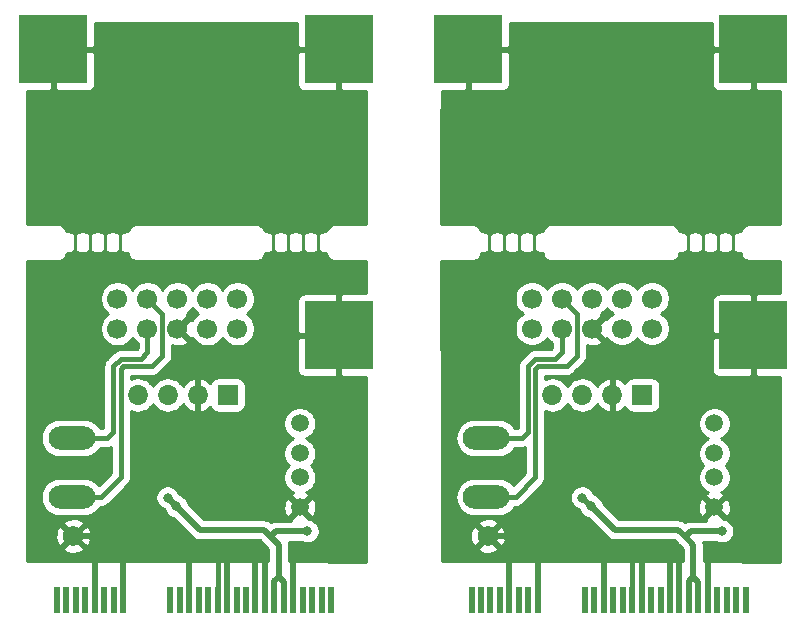
<source format=gbr>
%TF.GenerationSoftware,KiCad,Pcbnew,(5.1.9)-1*%
%TF.CreationDate,2021-06-29T00:03:31+02:00*%
%TF.ProjectId,mPCIE_to_CAN,6d504349-455f-4746-9f5f-43414e2e6b69,rev?*%
%TF.SameCoordinates,Original*%
%TF.FileFunction,Copper,L1,Top*%
%TF.FilePolarity,Positive*%
%FSLAX46Y46*%
G04 Gerber Fmt 4.6, Leading zero omitted, Abs format (unit mm)*
G04 Created by KiCad (PCBNEW (5.1.9)-1) date 2021-06-29 00:03:31*
%MOMM*%
%LPD*%
G01*
G04 APERTURE LIST*
%TA.AperFunction,ComponentPad*%
%ADD10C,1.700000*%
%TD*%
%TA.AperFunction,ComponentPad*%
%ADD11R,5.800000X5.800000*%
%TD*%
%TA.AperFunction,ComponentPad*%
%ADD12C,1.750000*%
%TD*%
%TA.AperFunction,ComponentPad*%
%ADD13O,3.962400X1.981200*%
%TD*%
%TA.AperFunction,ComponentPad*%
%ADD14O,1.727200X1.700000*%
%TD*%
%TA.AperFunction,ComponentPad*%
%ADD15R,1.727200X1.700000*%
%TD*%
%TA.AperFunction,ComponentPad*%
%ADD16C,1.501140*%
%TD*%
%TA.AperFunction,SMDPad,CuDef*%
%ADD17R,0.600000X2.300000*%
%TD*%
%TA.AperFunction,ViaPad*%
%ADD18C,0.800000*%
%TD*%
%TA.AperFunction,Conductor*%
%ADD19C,0.250000*%
%TD*%
%TA.AperFunction,Conductor*%
%ADD20C,0.500000*%
%TD*%
%TA.AperFunction,Conductor*%
%ADD21C,0.400000*%
%TD*%
%TA.AperFunction,Conductor*%
%ADD22C,0.254000*%
%TD*%
%TA.AperFunction,Conductor*%
%ADD23C,0.100000*%
%TD*%
G04 APERTURE END LIST*
D10*
%TO.P,J3,1*%
%TO.N,N/C*%
X214626200Y-59484400D03*
%TO.P,J3,3*%
%TO.N,Net-(J3-Pad3)*%
X217166200Y-59484400D03*
%TO.P,J3,5*%
%TO.N,GND*%
X219706200Y-59484400D03*
%TO.P,J3,7*%
%TO.N,N/C*%
X222246200Y-59484400D03*
%TO.P,J3,9*%
X224786200Y-59484400D03*
%TO.P,J3,4*%
%TO.N,Net-(J3-Pad4)*%
X217166200Y-56944400D03*
%TO.P,J3,10*%
%TO.N,N/C*%
X224786200Y-56944400D03*
%TO.P,J3,6*%
X219706200Y-56944400D03*
%TO.P,J3,8*%
X222246200Y-56944400D03*
%TO.P,J3,2*%
X214626200Y-56944400D03*
%TD*%
D11*
%TO.P,REF\u002A\u002A,*%
%TO.N,GND*%
X209206240Y-35843600D03*
%TD*%
D12*
%TO.P,U1,5*%
%TO.N,GND*%
X210888360Y-77040880D03*
D13*
%TO.P,U1,1*%
%TO.N,Net-(J3-Pad3)*%
X210761360Y-68738880D03*
%TO.P,U1,2*%
%TO.N,Net-(J3-Pad4)*%
X210761360Y-73738880D03*
D14*
%TO.P,U1,4*%
%TO.N,N/C*%
X216349360Y-65102880D03*
%TO.P,U1,3*%
X218889360Y-65102880D03*
%TO.P,U1,5*%
%TO.N,GND*%
X221429360Y-65102880D03*
D15*
%TO.P,U1,8*%
%TO.N,Net-(R3-Pad1)*%
X223969360Y-65102880D03*
D16*
%TO.P,U1,6*%
%TO.N,Net-(R2-Pad1)*%
X230063240Y-72087020D03*
%TO.P,U1,5*%
%TO.N,GND*%
X230063240Y-74627020D03*
%TO.P,U1,7*%
%TO.N,Net-(R1-Pad1)*%
X230063240Y-70055020D03*
%TO.P,U1,8*%
%TO.N,Net-(R3-Pad1)*%
X230063240Y-67515020D03*
%TD*%
D11*
%TO.P,REF\u002A\u002A,*%
%TO.N,GND*%
X233371400Y-35843600D03*
%TD*%
D17*
%TO.P,J1,13*%
%TO.N,N/C*%
X214309000Y-82493800D03*
%TO.P,J1,15*%
%TO.N,GND*%
X215109000Y-82493800D03*
%TO.P,J1,11*%
%TO.N,N/C*%
X213509000Y-82493800D03*
%TO.P,J1,9*%
%TO.N,GND*%
X212709000Y-82493800D03*
%TO.P,J1,7*%
%TO.N,N/C*%
X211909000Y-82496800D03*
%TO.P,J1,5*%
X211109000Y-82493800D03*
%TO.P,J1,3*%
X210309000Y-82493800D03*
%TO.P,J1,1*%
X209509000Y-82493800D03*
%TO.P,J1,17*%
X219109000Y-82493800D03*
%TO.P,J1,19*%
X219909000Y-82493800D03*
%TO.P,J1,21*%
%TO.N,GND*%
X220709000Y-82493800D03*
%TO.P,J1,23*%
%TO.N,N/C*%
X221509000Y-82493800D03*
%TO.P,J1,25*%
X222309000Y-82493800D03*
%TO.P,J1,27*%
%TO.N,GND*%
X223109000Y-82493800D03*
%TO.P,J1,29*%
X223909000Y-82493800D03*
%TO.P,J1,31*%
%TO.N,N/C*%
X224709000Y-82493800D03*
%TO.P,J1,33*%
X225509000Y-82493800D03*
%TO.P,J1,35*%
%TO.N,GND*%
X226309000Y-82493800D03*
%TO.P,J1,37*%
X227109000Y-82493800D03*
%TO.P,J1,39*%
%TO.N,+3V3*%
X227909000Y-82493800D03*
%TO.P,J1,41*%
X228709000Y-82493800D03*
%TO.P,J1,43*%
%TO.N,GND*%
X229509000Y-82493800D03*
%TO.P,J1,45*%
%TO.N,N/C*%
X230309000Y-82493800D03*
%TO.P,J1,47*%
X231109000Y-82493800D03*
%TO.P,J1,49*%
X231909000Y-82493800D03*
%TO.P,J1,51*%
X232711000Y-82493800D03*
D11*
%TO.P,J1,53*%
%TO.N,GND*%
X233371400Y-60043200D03*
%TD*%
%TO.P,REF\u002A\u002A,*%
%TO.N,GND*%
X174107240Y-35846000D03*
%TD*%
%TO.P,REF\u002A\u002A,*%
%TO.N,GND*%
X198272400Y-35846000D03*
%TD*%
D10*
%TO.P,J3,2*%
%TO.N,N/C*%
X179527200Y-56946800D03*
%TO.P,J3,8*%
X187147200Y-56946800D03*
%TO.P,J3,6*%
X184607200Y-56946800D03*
%TO.P,J3,10*%
X189687200Y-56946800D03*
%TO.P,J3,4*%
%TO.N,Net-(J3-Pad4)*%
X182067200Y-56946800D03*
%TO.P,J3,9*%
%TO.N,N/C*%
X189687200Y-59486800D03*
%TO.P,J3,7*%
X187147200Y-59486800D03*
%TO.P,J3,5*%
%TO.N,GND*%
X184607200Y-59486800D03*
%TO.P,J3,3*%
%TO.N,Net-(J3-Pad3)*%
X182067200Y-59486800D03*
%TO.P,J3,1*%
%TO.N,N/C*%
X179527200Y-59486800D03*
%TD*%
D16*
%TO.P,U1,8*%
%TO.N,Net-(R3-Pad1)*%
X194964240Y-67517420D03*
%TO.P,U1,7*%
%TO.N,Net-(R1-Pad1)*%
X194964240Y-70057420D03*
%TO.P,U1,5*%
%TO.N,GND*%
X194964240Y-74629420D03*
%TO.P,U1,6*%
%TO.N,Net-(R2-Pad1)*%
X194964240Y-72089420D03*
D15*
%TO.P,U1,8*%
%TO.N,Net-(R3-Pad1)*%
X188870360Y-65105280D03*
D14*
%TO.P,U1,5*%
%TO.N,GND*%
X186330360Y-65105280D03*
%TO.P,U1,3*%
%TO.N,N/C*%
X183790360Y-65105280D03*
%TO.P,U1,4*%
X181250360Y-65105280D03*
D13*
%TO.P,U1,2*%
%TO.N,Net-(J3-Pad4)*%
X175662360Y-73741280D03*
%TO.P,U1,1*%
%TO.N,Net-(J3-Pad3)*%
X175662360Y-68741280D03*
D12*
%TO.P,U1,5*%
%TO.N,GND*%
X175789360Y-77043280D03*
%TD*%
D11*
%TO.P,J1,53*%
%TO.N,GND*%
X198272400Y-60045600D03*
D17*
%TO.P,J1,51*%
%TO.N,N/C*%
X197612000Y-82496200D03*
%TO.P,J1,49*%
X196810000Y-82496200D03*
%TO.P,J1,47*%
X196010000Y-82496200D03*
%TO.P,J1,45*%
X195210000Y-82496200D03*
%TO.P,J1,43*%
%TO.N,GND*%
X194410000Y-82496200D03*
%TO.P,J1,41*%
%TO.N,+3V3*%
X193610000Y-82496200D03*
%TO.P,J1,39*%
X192810000Y-82496200D03*
%TO.P,J1,37*%
%TO.N,GND*%
X192010000Y-82496200D03*
%TO.P,J1,35*%
X191210000Y-82496200D03*
%TO.P,J1,33*%
%TO.N,N/C*%
X190410000Y-82496200D03*
%TO.P,J1,31*%
X189610000Y-82496200D03*
%TO.P,J1,29*%
%TO.N,GND*%
X188810000Y-82496200D03*
%TO.P,J1,27*%
X188010000Y-82496200D03*
%TO.P,J1,25*%
%TO.N,N/C*%
X187210000Y-82496200D03*
%TO.P,J1,23*%
X186410000Y-82496200D03*
%TO.P,J1,21*%
%TO.N,GND*%
X185610000Y-82496200D03*
%TO.P,J1,19*%
%TO.N,N/C*%
X184810000Y-82496200D03*
%TO.P,J1,17*%
X184010000Y-82496200D03*
%TO.P,J1,1*%
X174410000Y-82496200D03*
%TO.P,J1,3*%
X175210000Y-82496200D03*
%TO.P,J1,5*%
X176010000Y-82496200D03*
%TO.P,J1,7*%
X176810000Y-82499200D03*
%TO.P,J1,9*%
%TO.N,GND*%
X177610000Y-82496200D03*
%TO.P,J1,11*%
%TO.N,N/C*%
X178410000Y-82496200D03*
%TO.P,J1,15*%
%TO.N,GND*%
X180010000Y-82496200D03*
%TO.P,J1,13*%
%TO.N,N/C*%
X179210000Y-82496200D03*
%TD*%
D18*
%TO.N,GND*%
X180047700Y-77711500D03*
X184352700Y-77318100D03*
X188189100Y-78180700D03*
X189865500Y-78180700D03*
X194911518Y-78519482D03*
X172491400Y-55194200D03*
X172542200Y-57505600D03*
X172516800Y-59613800D03*
X175107600Y-59791600D03*
X175133000Y-57404000D03*
X175031400Y-55143400D03*
X177723800Y-55092600D03*
X180390800Y-55067200D03*
X183769000Y-55168800D03*
X186410600Y-55016400D03*
X189382400Y-55067200D03*
X191820800Y-55092600D03*
X191897000Y-59791600D03*
X191719200Y-61239400D03*
X188468000Y-61087000D03*
X193776600Y-55092600D03*
X197840600Y-55016400D03*
X200152000Y-55041800D03*
X194513200Y-65252600D03*
X196799200Y-65252600D03*
X199110600Y-65252600D03*
X196773800Y-67487800D03*
X199136000Y-67462400D03*
X196773800Y-70053200D03*
X199136000Y-70053200D03*
X196773800Y-72034400D03*
X199136000Y-72059800D03*
X196799200Y-74574400D03*
X199110600Y-74574400D03*
X197967600Y-76606400D03*
X191439800Y-66395600D03*
X193116200Y-68783200D03*
X192633600Y-71069200D03*
X192532000Y-74193400D03*
X190500000Y-73990200D03*
X188442600Y-67564000D03*
X185343800Y-68656200D03*
X185369200Y-71856600D03*
X186055000Y-74041000D03*
X187045600Y-75082400D03*
X183007000Y-75844400D03*
X180187600Y-73685400D03*
X182422800Y-67132200D03*
X181076600Y-68605400D03*
X178181000Y-71018400D03*
X175514000Y-70967600D03*
X178003200Y-66141600D03*
X174929800Y-66421000D03*
X175539400Y-61874400D03*
X175387000Y-64516000D03*
X173101000Y-63017400D03*
X172593000Y-67564000D03*
X172567600Y-70281800D03*
X172491400Y-73609200D03*
X172440600Y-77571600D03*
X193725800Y-57404000D03*
X193827400Y-59817000D03*
X193802000Y-61899800D03*
X191795400Y-57404000D03*
X179070000Y-35560000D03*
X181610000Y-35560000D03*
X184150000Y-35560000D03*
X186690000Y-35560000D03*
X189230000Y-35560000D03*
X191770000Y-35560000D03*
X191770000Y-38100000D03*
X191770000Y-40640000D03*
X191770000Y-43180000D03*
X191770000Y-45720000D03*
X191770000Y-48260000D03*
X189230000Y-48260000D03*
X189230000Y-45720000D03*
X189230000Y-43180000D03*
X189230000Y-40640000D03*
X189230000Y-38100000D03*
X186690000Y-38100000D03*
X186690000Y-40640000D03*
X186690000Y-43180000D03*
X186690000Y-45720000D03*
X186690000Y-48260000D03*
X184150000Y-48260000D03*
X184150000Y-45720000D03*
X184150000Y-43180000D03*
X184150000Y-40640000D03*
X184150000Y-38100000D03*
X181610000Y-38100000D03*
X181610000Y-40640000D03*
X181610000Y-43180000D03*
X181610000Y-45720000D03*
X181610000Y-48260000D03*
X179070000Y-50800000D03*
X179070000Y-48260000D03*
X179070000Y-45720000D03*
X179070000Y-43180000D03*
X179070000Y-40640000D03*
X179070000Y-38100000D03*
X194310000Y-38100000D03*
X194310000Y-35560000D03*
X194310000Y-40640000D03*
X194310000Y-43180000D03*
X194310000Y-45720000D03*
X194310000Y-48260000D03*
X194310000Y-50800000D03*
X196850000Y-50800000D03*
X196850000Y-48260000D03*
X196850000Y-45720000D03*
X196850000Y-43180000D03*
X196850000Y-40640000D03*
X199390000Y-40640000D03*
X199390000Y-43180000D03*
X199390000Y-45720000D03*
X199390000Y-48260000D03*
X176530000Y-50800000D03*
X176530000Y-48260000D03*
X176530000Y-45720000D03*
X176530000Y-43180000D03*
X176530000Y-40640000D03*
X173990000Y-40640000D03*
X173990000Y-43180000D03*
X173990000Y-45720000D03*
X173990000Y-48260000D03*
X210232000Y-57401600D03*
X233066600Y-76604000D03*
X227732600Y-71066800D03*
X226996000Y-59789200D03*
X230010518Y-78517082D03*
X221509600Y-55014000D03*
X235251000Y-55039400D03*
X231872800Y-70050800D03*
X234235000Y-70050800D03*
X231898200Y-74572000D03*
X207641200Y-57503200D03*
X227631000Y-74191000D03*
X217521800Y-67129800D03*
X207615800Y-59611400D03*
X212822800Y-55090200D03*
X232939600Y-55014000D03*
X234235000Y-72057400D03*
X228215200Y-68780800D03*
X215489800Y-55064800D03*
X234235000Y-67460000D03*
X223567000Y-61084600D03*
X225599000Y-73987800D03*
X223541600Y-67561600D03*
X220468200Y-71854200D03*
X222144600Y-75080000D03*
X210206600Y-59789200D03*
X234209600Y-74572000D03*
X215286600Y-73683000D03*
X210613000Y-70965200D03*
X224481400Y-55064800D03*
X224964500Y-78178300D03*
X226818200Y-61237000D03*
X207590400Y-55191800D03*
X231898200Y-65250200D03*
X213102200Y-66139200D03*
X229612200Y-65250200D03*
X216175600Y-68603000D03*
X219451700Y-77315700D03*
X228875600Y-55090200D03*
X223288100Y-78178300D03*
X234209600Y-65250200D03*
X218868000Y-55166400D03*
X231872800Y-67485400D03*
X218106000Y-75842000D03*
X215146700Y-77709100D03*
X226919800Y-55090200D03*
X213280000Y-71016000D03*
X221154000Y-74038600D03*
X210028800Y-66418600D03*
X231872800Y-72032000D03*
X220442800Y-68653800D03*
X210130400Y-55141000D03*
X226538800Y-66393200D03*
X210638400Y-61872000D03*
X228824800Y-57401600D03*
X228926400Y-59814600D03*
X228901000Y-61897400D03*
X207666600Y-70279400D03*
X207692000Y-67561600D03*
X207590400Y-73606800D03*
X207539600Y-77569200D03*
X226894400Y-57401600D03*
X208200000Y-63015000D03*
X210486000Y-64513600D03*
X224329000Y-45717600D03*
X226869000Y-43177600D03*
X219249000Y-35557600D03*
X221789000Y-38097600D03*
X224329000Y-35557600D03*
X226869000Y-38097600D03*
X226869000Y-48257600D03*
X224329000Y-40637600D03*
X224329000Y-43177600D03*
X221789000Y-35557600D03*
X224329000Y-48257600D03*
X224329000Y-38097600D03*
X216709000Y-35557600D03*
X214169000Y-35557600D03*
X226869000Y-35557600D03*
X226869000Y-45717600D03*
X226869000Y-40637600D03*
X221789000Y-40637600D03*
X214169000Y-38097600D03*
X229409000Y-38097600D03*
X231949000Y-48257600D03*
X216709000Y-45717600D03*
X231949000Y-40637600D03*
X229409000Y-40637600D03*
X219249000Y-40637600D03*
X214169000Y-50797600D03*
X214169000Y-45717600D03*
X221789000Y-48257600D03*
X216709000Y-40637600D03*
X214169000Y-40637600D03*
X229409000Y-35557600D03*
X219249000Y-48257600D03*
X219249000Y-43177600D03*
X219249000Y-38097600D03*
X216709000Y-38097600D03*
X216709000Y-48257600D03*
X221789000Y-43177600D03*
X216709000Y-43177600D03*
X214169000Y-48257600D03*
X221789000Y-45717600D03*
X229409000Y-45717600D03*
X229409000Y-48257600D03*
X219249000Y-45717600D03*
X214169000Y-43177600D03*
X231949000Y-50797600D03*
X231949000Y-43177600D03*
X231949000Y-45717600D03*
X234489000Y-40637600D03*
X234489000Y-43177600D03*
X229409000Y-50797600D03*
X229409000Y-43177600D03*
X234489000Y-45717600D03*
X234489000Y-48257600D03*
X211629000Y-43177600D03*
X209089000Y-43177600D03*
X211629000Y-45717600D03*
X211629000Y-50797600D03*
X211629000Y-40637600D03*
X211629000Y-48257600D03*
X209089000Y-45717600D03*
X209089000Y-40637600D03*
X209089000Y-48257600D03*
%TO.N,+3V3*%
X183769000Y-73787000D03*
X184505600Y-74523600D03*
X195605400Y-76631800D03*
X230704400Y-76629400D03*
X218868000Y-73784600D03*
X219604600Y-74521200D03*
%TD*%
D19*
%TO.N,GND*%
X192709800Y-50723800D02*
X192709800Y-53390800D01*
D20*
X185610000Y-82496200D02*
X185610000Y-78180700D01*
X185610000Y-78180700D02*
X184747400Y-77318100D01*
X187590600Y-78180700D02*
X185610000Y-78180700D01*
X188340500Y-78180700D02*
X188189100Y-78180700D01*
X191210000Y-82496200D02*
X191210000Y-78713400D01*
X191210000Y-78713400D02*
X190677300Y-78180700D01*
X192010000Y-82496200D02*
X192010000Y-78713300D01*
X192010000Y-78713300D02*
X192009900Y-78713400D01*
X194410000Y-79983000D02*
X194410000Y-82496200D01*
X177686500Y-77711500D02*
X177610000Y-77788000D01*
X177610000Y-77788000D02*
X177610000Y-82496200D01*
X182777900Y-77318100D02*
X184352700Y-77318100D01*
X182384500Y-77711500D02*
X182777900Y-77318100D01*
X188810000Y-78295400D02*
X188924700Y-78180700D01*
X188810000Y-82496200D02*
X188810000Y-78295400D01*
X188924700Y-78180700D02*
X187590600Y-78180700D01*
X190677300Y-78180700D02*
X189865500Y-78180700D01*
X192009900Y-78713400D02*
X191210000Y-78713400D01*
X180010000Y-82496200D02*
X180010000Y-77711500D01*
X180010000Y-77711500D02*
X180047700Y-77711500D01*
X180010000Y-77711500D02*
X177686500Y-77711500D01*
X180047700Y-77711500D02*
X182384500Y-77711500D01*
X177610000Y-77457800D02*
X177610000Y-77788000D01*
X177195480Y-77043280D02*
X177610000Y-77457800D01*
X175789360Y-77043280D02*
X177195480Y-77043280D01*
X184352700Y-77318100D02*
X184747400Y-77318100D01*
X188189100Y-78180700D02*
X187590600Y-78180700D01*
X189865500Y-78180700D02*
X188924700Y-78180700D01*
X194410000Y-79021000D02*
X194911518Y-78519482D01*
X194410000Y-79983000D02*
X194410000Y-79021000D01*
D21*
X188010000Y-78359800D02*
X188189100Y-78180700D01*
X188010000Y-82496200D02*
X188010000Y-78359800D01*
D19*
X195239801Y-53629399D02*
X193776600Y-55092600D01*
X194310000Y-50800000D02*
X195199000Y-50800000D01*
X195259799Y-53609401D02*
X193776600Y-55092600D01*
X195259799Y-50860799D02*
X195259799Y-53609401D01*
X195199000Y-50800000D02*
X195259799Y-50860799D01*
X196850000Y-50800000D02*
X196850000Y-50927000D01*
X196509801Y-51267199D02*
X196509801Y-53355401D01*
X196850000Y-50927000D02*
X196509801Y-51267199D01*
X194310000Y-50800000D02*
X194310000Y-51079400D01*
X193989799Y-51399601D02*
X193989799Y-53203001D01*
X194310000Y-51079400D02*
X193989799Y-51399601D01*
X179070000Y-50800000D02*
X179552600Y-50800000D01*
X179720401Y-50967801D02*
X179720401Y-53685601D01*
X179552600Y-50800000D02*
X179720401Y-50967801D01*
X179070000Y-50800000D02*
X178866800Y-50800000D01*
X178450401Y-51216399D02*
X178450401Y-53431601D01*
X178866800Y-50800000D02*
X178450401Y-51216399D01*
X177180401Y-51450401D02*
X177180401Y-53299199D01*
X176530000Y-50800000D02*
X177180401Y-51450401D01*
X176530000Y-50800000D02*
X176123600Y-50800000D01*
X175910401Y-51013199D02*
X175910401Y-53502399D01*
X176123600Y-50800000D02*
X175910401Y-51013199D01*
X229409000Y-50797600D02*
X230298000Y-50797600D01*
X230358799Y-53607001D02*
X228875600Y-55090200D01*
X230298000Y-50797600D02*
X230358799Y-50858399D01*
X230358799Y-50858399D02*
X230358799Y-53607001D01*
X231608801Y-51264799D02*
X231608801Y-53353001D01*
X231949000Y-50924600D02*
X231608801Y-51264799D01*
X227808800Y-50721400D02*
X227808800Y-53388400D01*
X229409000Y-50797600D02*
X229409000Y-51077000D01*
X229409000Y-51077000D02*
X229088799Y-51397201D01*
X229088799Y-51397201D02*
X229088799Y-53200601D01*
X231949000Y-50797600D02*
X231949000Y-50924600D01*
D20*
X219451700Y-77315700D02*
X219846400Y-77315700D01*
X224964500Y-78178300D02*
X224023700Y-78178300D01*
X210888360Y-77040880D02*
X212294480Y-77040880D01*
X215109000Y-82493800D02*
X215109000Y-77709100D01*
X226309000Y-78711000D02*
X225776300Y-78178300D01*
X227109000Y-82493800D02*
X227109000Y-78710900D01*
X227109000Y-78710900D02*
X227108900Y-78711000D01*
X224023700Y-78178300D02*
X222689600Y-78178300D01*
X215146700Y-77709100D02*
X217483500Y-77709100D01*
X212709000Y-77455400D02*
X212709000Y-77785600D01*
X212294480Y-77040880D02*
X212709000Y-77455400D01*
X223288100Y-78178300D02*
X222689600Y-78178300D01*
X229509000Y-79980600D02*
X229509000Y-79018600D01*
X229509000Y-79018600D02*
X230010518Y-78517082D01*
X212785500Y-77709100D02*
X212709000Y-77785600D01*
D21*
X223109000Y-78357400D02*
X223288100Y-78178300D01*
D20*
X225776300Y-78178300D02*
X224964500Y-78178300D01*
X220709000Y-82493800D02*
X220709000Y-78178300D01*
X227108900Y-78711000D02*
X226309000Y-78711000D01*
X217483500Y-77709100D02*
X217876900Y-77315700D01*
X215109000Y-77709100D02*
X212785500Y-77709100D01*
X226309000Y-82493800D02*
X226309000Y-78711000D01*
X229509000Y-79980600D02*
X229509000Y-82493800D01*
X217876900Y-77315700D02*
X219451700Y-77315700D01*
X223909000Y-82493800D02*
X223909000Y-78293000D01*
X212709000Y-77785600D02*
X212709000Y-82493800D01*
X220709000Y-78178300D02*
X219846400Y-77315700D01*
X223909000Y-78293000D02*
X224023700Y-78178300D01*
X222689600Y-78178300D02*
X220709000Y-78178300D01*
D21*
X223109000Y-82493800D02*
X223109000Y-78357400D01*
D20*
X223439500Y-78178300D02*
X223288100Y-78178300D01*
X215109000Y-77709100D02*
X215146700Y-77709100D01*
D19*
X214651600Y-50797600D02*
X214819401Y-50965401D01*
X211629000Y-50797600D02*
X212279401Y-51448001D01*
X213549401Y-51213999D02*
X213549401Y-53429201D01*
X214169000Y-50797600D02*
X214651600Y-50797600D01*
X214819401Y-50965401D02*
X214819401Y-53683201D01*
X211009401Y-51010799D02*
X211009401Y-53499999D01*
X214169000Y-50797600D02*
X213965800Y-50797600D01*
X211629000Y-50797600D02*
X211222600Y-50797600D01*
X211222600Y-50797600D02*
X211009401Y-51010799D01*
X212279401Y-51448001D02*
X212279401Y-53296799D01*
X213965800Y-50797600D02*
X213549401Y-51213999D01*
X230338801Y-53626999D02*
X228875600Y-55090200D01*
D20*
%TO.N,+3V3*%
X192810000Y-80875000D02*
X192810000Y-82496200D01*
X193167000Y-80518000D02*
X192810000Y-80875000D01*
X193610000Y-80961000D02*
X193167000Y-80518000D01*
X193610000Y-82496200D02*
X193610000Y-80961000D01*
X183769000Y-73787000D02*
X184505600Y-74523600D01*
X193167000Y-77774800D02*
X193167000Y-80518000D01*
X186512200Y-76530200D02*
X191922400Y-76530200D01*
X184505600Y-74523600D02*
X186512200Y-76530200D01*
X191922400Y-76530200D02*
X192532000Y-77139800D01*
X192532000Y-77139800D02*
X193167000Y-77774800D01*
X192532000Y-77063600D02*
X192532000Y-77139800D01*
X192963800Y-76631800D02*
X192532000Y-77063600D01*
X195605400Y-76631800D02*
X192963800Y-76631800D01*
X227909000Y-80872600D02*
X227909000Y-82493800D01*
X228709000Y-80958600D02*
X228266000Y-80515600D01*
X228266000Y-80515600D02*
X227909000Y-80872600D01*
X228709000Y-82493800D02*
X228709000Y-80958600D01*
X218868000Y-73784600D02*
X219604600Y-74521200D01*
X230704400Y-76629400D02*
X228062800Y-76629400D01*
X227631000Y-77061200D02*
X227631000Y-77137400D01*
X227631000Y-77137400D02*
X228266000Y-77772400D01*
X228266000Y-77772400D02*
X228266000Y-80515600D01*
X221611200Y-76527800D02*
X227021400Y-76527800D01*
X227021400Y-76527800D02*
X227631000Y-77137400D01*
X228062800Y-76629400D02*
X227631000Y-77061200D01*
X219604600Y-74521200D02*
X221611200Y-76527800D01*
D21*
%TO.N,Net-(J3-Pad4)*%
X178150520Y-73741280D02*
X175662360Y-73741280D01*
X179806600Y-72085200D02*
X178150520Y-73741280D01*
X179806600Y-62865000D02*
X179806600Y-72085200D01*
X180035200Y-62636400D02*
X179806600Y-62865000D01*
X182473600Y-62636400D02*
X180035200Y-62636400D01*
X183337200Y-61772800D02*
X182473600Y-62636400D01*
X183337200Y-58216800D02*
X183337200Y-61772800D01*
X182067200Y-56946800D02*
X183337200Y-58216800D01*
X214905600Y-72082800D02*
X213249520Y-73738880D01*
X217572600Y-62634000D02*
X215134200Y-62634000D01*
X218436200Y-58214400D02*
X218436200Y-61770400D01*
X217166200Y-56944400D02*
X218436200Y-58214400D01*
X214905600Y-62862600D02*
X214905600Y-72082800D01*
X213249520Y-73738880D02*
X210761360Y-73738880D01*
X215134200Y-62634000D02*
X214905600Y-62862600D01*
X218436200Y-61770400D02*
X217572600Y-62634000D01*
%TO.N,Net-(J3-Pad3)*%
X178680120Y-68741280D02*
X175662360Y-68741280D01*
X179171600Y-68249800D02*
X178680120Y-68741280D01*
X179171600Y-62651458D02*
X179171600Y-68249800D01*
X179786667Y-62036391D02*
X179171600Y-62651458D01*
X182067200Y-59486800D02*
X182067200Y-61468000D01*
X181498809Y-62036391D02*
X179786667Y-62036391D01*
X182067200Y-61468000D02*
X181498809Y-62036391D01*
X214270600Y-68247400D02*
X213779120Y-68738880D01*
X214885667Y-62033991D02*
X214270600Y-62649058D01*
X217166200Y-59484400D02*
X217166200Y-61465600D01*
X217166200Y-61465600D02*
X216597809Y-62033991D01*
X214270600Y-62649058D02*
X214270600Y-68247400D01*
X216597809Y-62033991D02*
X214885667Y-62033991D01*
X213779120Y-68738880D02*
X210761360Y-68738880D01*
%TD*%
D22*
%TO.N,GND*%
X196558772Y-52897862D02*
X196711911Y-53000186D01*
X196882071Y-53070668D01*
X197062711Y-53106600D01*
X197204836Y-53106600D01*
X197215550Y-53215383D01*
X197253290Y-53339793D01*
X197314575Y-53454450D01*
X197397052Y-53554948D01*
X197497550Y-53637425D01*
X197612207Y-53698710D01*
X197736617Y-53736450D01*
X197833581Y-53746000D01*
X197866000Y-53749193D01*
X197898419Y-53746000D01*
X200551514Y-53746000D01*
X200552909Y-56508256D01*
X198558150Y-56510600D01*
X198399400Y-56669350D01*
X198399400Y-59918600D01*
X198419400Y-59918600D01*
X198419400Y-60172600D01*
X198399400Y-60172600D01*
X198399400Y-63421850D01*
X198558150Y-63580600D01*
X200552288Y-63582943D01*
X200539454Y-79209625D01*
X194052000Y-79195616D01*
X194052000Y-77818269D01*
X194056281Y-77774800D01*
X194052000Y-77731331D01*
X194052000Y-77731323D01*
X194039195Y-77601310D01*
X194013559Y-77516800D01*
X195066946Y-77516800D01*
X195115144Y-77549005D01*
X195303502Y-77627026D01*
X195503461Y-77666800D01*
X195707339Y-77666800D01*
X195907298Y-77627026D01*
X196095656Y-77549005D01*
X196265174Y-77435737D01*
X196409337Y-77291574D01*
X196522605Y-77122056D01*
X196600626Y-76933698D01*
X196640400Y-76733739D01*
X196640400Y-76529861D01*
X196600626Y-76329902D01*
X196522605Y-76141544D01*
X196409337Y-75972026D01*
X196265174Y-75827863D01*
X196095656Y-75714595D01*
X195907298Y-75636574D01*
X195737642Y-75602828D01*
X195742036Y-75586821D01*
X194964240Y-74809025D01*
X194186444Y-75586821D01*
X194230365Y-75746800D01*
X193007265Y-75746800D01*
X192963799Y-75742519D01*
X192920333Y-75746800D01*
X192920323Y-75746800D01*
X192790310Y-75759605D01*
X192623487Y-75810211D01*
X192512445Y-75869563D01*
X192416459Y-75790789D01*
X192262713Y-75708611D01*
X192095890Y-75658005D01*
X191965877Y-75645200D01*
X191965869Y-75645200D01*
X191922400Y-75640919D01*
X191878931Y-75645200D01*
X186878779Y-75645200D01*
X185935469Y-74701890D01*
X193573853Y-74701890D01*
X193614707Y-74971749D01*
X193707423Y-75228452D01*
X193767914Y-75341621D01*
X194006839Y-75407216D01*
X194784635Y-74629420D01*
X195143845Y-74629420D01*
X195921641Y-75407216D01*
X196160566Y-75341621D01*
X196276523Y-75094545D01*
X196342049Y-74829593D01*
X196354627Y-74556950D01*
X196313773Y-74287091D01*
X196221057Y-74030388D01*
X196160566Y-73917219D01*
X195921641Y-73851624D01*
X195143845Y-74629420D01*
X194784635Y-74629420D01*
X194006839Y-73851624D01*
X193767914Y-73917219D01*
X193651957Y-74164295D01*
X193586431Y-74429247D01*
X193573853Y-74701890D01*
X185935469Y-74701890D01*
X185512135Y-74278557D01*
X185500826Y-74221702D01*
X185422805Y-74033344D01*
X185309537Y-73863826D01*
X185165374Y-73719663D01*
X184995856Y-73606395D01*
X184807498Y-73528374D01*
X184771405Y-73521195D01*
X184764226Y-73485102D01*
X184686205Y-73296744D01*
X184572937Y-73127226D01*
X184428774Y-72983063D01*
X184259256Y-72869795D01*
X184070898Y-72791774D01*
X183870939Y-72752000D01*
X183667061Y-72752000D01*
X183467102Y-72791774D01*
X183278744Y-72869795D01*
X183109226Y-72983063D01*
X182965063Y-73127226D01*
X182851795Y-73296744D01*
X182773774Y-73485102D01*
X182734000Y-73685061D01*
X182734000Y-73888939D01*
X182773774Y-74088898D01*
X182851795Y-74277256D01*
X182965063Y-74446774D01*
X183109226Y-74590937D01*
X183278744Y-74704205D01*
X183467102Y-74782226D01*
X183503195Y-74789405D01*
X183510374Y-74825498D01*
X183588395Y-75013856D01*
X183701663Y-75183374D01*
X183845826Y-75327537D01*
X184015344Y-75440805D01*
X184203702Y-75518826D01*
X184260557Y-75530135D01*
X185855670Y-77125249D01*
X185883383Y-77159017D01*
X185917151Y-77186730D01*
X185917153Y-77186732D01*
X185966032Y-77226846D01*
X186018141Y-77269611D01*
X186171887Y-77351789D01*
X186288103Y-77387043D01*
X186338709Y-77402395D01*
X186353506Y-77403852D01*
X186468723Y-77415200D01*
X186468731Y-77415200D01*
X186512200Y-77419481D01*
X186555669Y-77415200D01*
X191555822Y-77415200D01*
X191875470Y-77734849D01*
X191903183Y-77768617D01*
X191936949Y-77796328D01*
X191936953Y-77796332D01*
X191936958Y-77796336D01*
X192282000Y-78141379D01*
X192282000Y-79191794D01*
X171871240Y-79147720D01*
X171871240Y-78089520D01*
X174922725Y-78089520D01*
X175003385Y-78341148D01*
X175271689Y-78469547D01*
X175559886Y-78543135D01*
X175856903Y-78559084D01*
X176151323Y-78516781D01*
X176431834Y-78417852D01*
X176575335Y-78341148D01*
X176655995Y-78089520D01*
X175789360Y-77222885D01*
X174922725Y-78089520D01*
X171871240Y-78089520D01*
X171871240Y-77110823D01*
X174273556Y-77110823D01*
X174315859Y-77405243D01*
X174414788Y-77685754D01*
X174491492Y-77829255D01*
X174743120Y-77909915D01*
X175609755Y-77043280D01*
X175968965Y-77043280D01*
X176835600Y-77909915D01*
X177087228Y-77829255D01*
X177215627Y-77560951D01*
X177289215Y-77272754D01*
X177305164Y-76975737D01*
X177262861Y-76681317D01*
X177163932Y-76400806D01*
X177087228Y-76257305D01*
X176835600Y-76176645D01*
X175968965Y-77043280D01*
X175609755Y-77043280D01*
X174743120Y-76176645D01*
X174491492Y-76257305D01*
X174363093Y-76525609D01*
X174289505Y-76813806D01*
X174273556Y-77110823D01*
X171871240Y-77110823D01*
X171871240Y-75997040D01*
X174922725Y-75997040D01*
X175789360Y-76863675D01*
X176655995Y-75997040D01*
X176575335Y-75745412D01*
X176307031Y-75617013D01*
X176018834Y-75543425D01*
X175721817Y-75527476D01*
X175427397Y-75569779D01*
X175146886Y-75668708D01*
X175003385Y-75745412D01*
X174922725Y-75997040D01*
X171871240Y-75997040D01*
X171871240Y-68741280D01*
X173038295Y-68741280D01*
X173069682Y-69059953D01*
X173162635Y-69366380D01*
X173313583Y-69648785D01*
X173516726Y-69896314D01*
X173764255Y-70099457D01*
X174046660Y-70250405D01*
X174353087Y-70343358D01*
X174591906Y-70366880D01*
X176732814Y-70366880D01*
X176971633Y-70343358D01*
X177278060Y-70250405D01*
X177560465Y-70099457D01*
X177807994Y-69896314D01*
X178011137Y-69648785D01*
X178049892Y-69576280D01*
X178639102Y-69576280D01*
X178680120Y-69580320D01*
X178721138Y-69576280D01*
X178721139Y-69576280D01*
X178843809Y-69564198D01*
X178971601Y-69525433D01*
X178971601Y-71739330D01*
X177950745Y-72760188D01*
X177807994Y-72586246D01*
X177560465Y-72383103D01*
X177278060Y-72232155D01*
X176971633Y-72139202D01*
X176732814Y-72115680D01*
X174591906Y-72115680D01*
X174353087Y-72139202D01*
X174046660Y-72232155D01*
X173764255Y-72383103D01*
X173516726Y-72586246D01*
X173313583Y-72833775D01*
X173162635Y-73116180D01*
X173069682Y-73422607D01*
X173038295Y-73741280D01*
X173069682Y-74059953D01*
X173162635Y-74366380D01*
X173313583Y-74648785D01*
X173516726Y-74896314D01*
X173764255Y-75099457D01*
X174046660Y-75250405D01*
X174353087Y-75343358D01*
X174591906Y-75366880D01*
X176732814Y-75366880D01*
X176971633Y-75343358D01*
X177278060Y-75250405D01*
X177560465Y-75099457D01*
X177807994Y-74896314D01*
X178011137Y-74648785D01*
X178049892Y-74576280D01*
X178109502Y-74576280D01*
X178150520Y-74580320D01*
X178191538Y-74576280D01*
X178191539Y-74576280D01*
X178314209Y-74564198D01*
X178471607Y-74516452D01*
X178616666Y-74438916D01*
X178743811Y-74334571D01*
X178769966Y-74302701D01*
X180368032Y-72704637D01*
X180399891Y-72678491D01*
X180475595Y-72586246D01*
X180504236Y-72551346D01*
X180581772Y-72406287D01*
X180629518Y-72248889D01*
X180645640Y-72085200D01*
X180641600Y-72044182D01*
X180641600Y-67380953D01*
X193578670Y-67380953D01*
X193578670Y-67653887D01*
X193631917Y-67921576D01*
X193736364Y-68173733D01*
X193887998Y-68400669D01*
X194080991Y-68593662D01*
X194307927Y-68745296D01*
X194409623Y-68787420D01*
X194307927Y-68829544D01*
X194080991Y-68981178D01*
X193887998Y-69174171D01*
X193736364Y-69401107D01*
X193631917Y-69653264D01*
X193578670Y-69920953D01*
X193578670Y-70193887D01*
X193631917Y-70461576D01*
X193736364Y-70713733D01*
X193887998Y-70940669D01*
X194020749Y-71073420D01*
X193887998Y-71206171D01*
X193736364Y-71433107D01*
X193631917Y-71685264D01*
X193578670Y-71952953D01*
X193578670Y-72225887D01*
X193631917Y-72493576D01*
X193736364Y-72745733D01*
X193887998Y-72972669D01*
X194080991Y-73165662D01*
X194307927Y-73317296D01*
X194405936Y-73357893D01*
X194365208Y-73372603D01*
X194252039Y-73433094D01*
X194186444Y-73672019D01*
X194964240Y-74449815D01*
X195742036Y-73672019D01*
X195676441Y-73433094D01*
X195519177Y-73359287D01*
X195620553Y-73317296D01*
X195847489Y-73165662D01*
X196040482Y-72972669D01*
X196192116Y-72745733D01*
X196296563Y-72493576D01*
X196349810Y-72225887D01*
X196349810Y-71952953D01*
X196296563Y-71685264D01*
X196192116Y-71433107D01*
X196040482Y-71206171D01*
X195907731Y-71073420D01*
X196040482Y-70940669D01*
X196192116Y-70713733D01*
X196296563Y-70461576D01*
X196349810Y-70193887D01*
X196349810Y-69920953D01*
X196296563Y-69653264D01*
X196192116Y-69401107D01*
X196040482Y-69174171D01*
X195847489Y-68981178D01*
X195620553Y-68829544D01*
X195518857Y-68787420D01*
X195620553Y-68745296D01*
X195847489Y-68593662D01*
X196040482Y-68400669D01*
X196192116Y-68173733D01*
X196296563Y-67921576D01*
X196349810Y-67653887D01*
X196349810Y-67380953D01*
X196296563Y-67113264D01*
X196192116Y-66861107D01*
X196040482Y-66634171D01*
X195847489Y-66441178D01*
X195620553Y-66289544D01*
X195368396Y-66185097D01*
X195100707Y-66131850D01*
X194827773Y-66131850D01*
X194560084Y-66185097D01*
X194307927Y-66289544D01*
X194080991Y-66441178D01*
X193887998Y-66634171D01*
X193736364Y-66861107D01*
X193631917Y-67113264D01*
X193578670Y-67380953D01*
X180641600Y-67380953D01*
X180641600Y-66470983D01*
X180665726Y-66483879D01*
X180945649Y-66568793D01*
X181163810Y-66590280D01*
X181336910Y-66590280D01*
X181555071Y-66568793D01*
X181834994Y-66483879D01*
X182092974Y-66345986D01*
X182319094Y-66160414D01*
X182504666Y-65934294D01*
X182520360Y-65904933D01*
X182536054Y-65934294D01*
X182721626Y-66160414D01*
X182947746Y-66345986D01*
X183205726Y-66483879D01*
X183485649Y-66568793D01*
X183703810Y-66590280D01*
X183876910Y-66590280D01*
X184095071Y-66568793D01*
X184374994Y-66483879D01*
X184632974Y-66345986D01*
X184859094Y-66160414D01*
X185044666Y-65934294D01*
X185063886Y-65898337D01*
X185228763Y-66115209D01*
X185446696Y-66308061D01*
X185698065Y-66454691D01*
X185973210Y-66549464D01*
X186203360Y-66426677D01*
X186203360Y-65232280D01*
X186183360Y-65232280D01*
X186183360Y-64978280D01*
X186203360Y-64978280D01*
X186203360Y-63783883D01*
X186457360Y-63783883D01*
X186457360Y-64978280D01*
X186477360Y-64978280D01*
X186477360Y-65232280D01*
X186457360Y-65232280D01*
X186457360Y-66426677D01*
X186687510Y-66549464D01*
X186962655Y-66454691D01*
X187214024Y-66308061D01*
X187400220Y-66143293D01*
X187417258Y-66199460D01*
X187476223Y-66309774D01*
X187555575Y-66406465D01*
X187652266Y-66485817D01*
X187762580Y-66544782D01*
X187882278Y-66581092D01*
X188006760Y-66593352D01*
X189733960Y-66593352D01*
X189858442Y-66581092D01*
X189978140Y-66544782D01*
X190088454Y-66485817D01*
X190185145Y-66406465D01*
X190264497Y-66309774D01*
X190323462Y-66199460D01*
X190359772Y-66079762D01*
X190372032Y-65955280D01*
X190372032Y-64255280D01*
X190359772Y-64130798D01*
X190323462Y-64011100D01*
X190264497Y-63900786D01*
X190185145Y-63804095D01*
X190088454Y-63724743D01*
X189978140Y-63665778D01*
X189858442Y-63629468D01*
X189733960Y-63617208D01*
X188006760Y-63617208D01*
X187882278Y-63629468D01*
X187762580Y-63665778D01*
X187652266Y-63724743D01*
X187555575Y-63804095D01*
X187476223Y-63900786D01*
X187417258Y-64011100D01*
X187400220Y-64067267D01*
X187214024Y-63902499D01*
X186962655Y-63755869D01*
X186687510Y-63661096D01*
X186457360Y-63783883D01*
X186203360Y-63783883D01*
X185973210Y-63661096D01*
X185698065Y-63755869D01*
X185446696Y-63902499D01*
X185228763Y-64095351D01*
X185063886Y-64312223D01*
X185044666Y-64276266D01*
X184859094Y-64050146D01*
X184632974Y-63864574D01*
X184374994Y-63726681D01*
X184095071Y-63641767D01*
X183876910Y-63620280D01*
X183703810Y-63620280D01*
X183485649Y-63641767D01*
X183205726Y-63726681D01*
X182947746Y-63864574D01*
X182721626Y-64050146D01*
X182536054Y-64276266D01*
X182520360Y-64305627D01*
X182504666Y-64276266D01*
X182319094Y-64050146D01*
X182092974Y-63864574D01*
X181834994Y-63726681D01*
X181555071Y-63641767D01*
X181336910Y-63620280D01*
X181163810Y-63620280D01*
X180945649Y-63641767D01*
X180665726Y-63726681D01*
X180641600Y-63739577D01*
X180641600Y-63471400D01*
X182432582Y-63471400D01*
X182473600Y-63475440D01*
X182514618Y-63471400D01*
X182514619Y-63471400D01*
X182637289Y-63459318D01*
X182794687Y-63411572D01*
X182939746Y-63334036D01*
X183066891Y-63229691D01*
X183093045Y-63197822D01*
X183345267Y-62945600D01*
X194734328Y-62945600D01*
X194746588Y-63070082D01*
X194782898Y-63189780D01*
X194841863Y-63300094D01*
X194921215Y-63396785D01*
X195017906Y-63476137D01*
X195128220Y-63535102D01*
X195247918Y-63571412D01*
X195372400Y-63583672D01*
X197986650Y-63580600D01*
X198145400Y-63421850D01*
X198145400Y-60172600D01*
X194896150Y-60172600D01*
X194737400Y-60331350D01*
X194734328Y-62945600D01*
X183345267Y-62945600D01*
X183898632Y-62392237D01*
X183930491Y-62366091D01*
X183972164Y-62315313D01*
X184034836Y-62238946D01*
X184112372Y-62093887D01*
X184160118Y-61936489D01*
X184160349Y-61934146D01*
X184172200Y-61813819D01*
X184176240Y-61772800D01*
X184172200Y-61731782D01*
X184172200Y-60908476D01*
X184383611Y-60962139D01*
X184675731Y-60977411D01*
X184965219Y-60935399D01*
X185240947Y-60837719D01*
X185378357Y-60764272D01*
X185455992Y-60515197D01*
X184607200Y-59666405D01*
X184593058Y-59680548D01*
X184413453Y-59500943D01*
X184427595Y-59486800D01*
X184413453Y-59472658D01*
X184593058Y-59293053D01*
X184607200Y-59307195D01*
X185455992Y-58458403D01*
X185380471Y-58216111D01*
X185553832Y-58100275D01*
X185760675Y-57893432D01*
X185877200Y-57719040D01*
X185993725Y-57893432D01*
X186200568Y-58100275D01*
X186374960Y-58216800D01*
X186200568Y-58333325D01*
X185993725Y-58540168D01*
X185877889Y-58713529D01*
X185635597Y-58638008D01*
X184786805Y-59486800D01*
X185635597Y-60335592D01*
X185877889Y-60260071D01*
X185993725Y-60433432D01*
X186200568Y-60640275D01*
X186443789Y-60802790D01*
X186714042Y-60914732D01*
X187000940Y-60971800D01*
X187293460Y-60971800D01*
X187580358Y-60914732D01*
X187850611Y-60802790D01*
X188093832Y-60640275D01*
X188300675Y-60433432D01*
X188417200Y-60259040D01*
X188533725Y-60433432D01*
X188740568Y-60640275D01*
X188983789Y-60802790D01*
X189254042Y-60914732D01*
X189540940Y-60971800D01*
X189833460Y-60971800D01*
X190120358Y-60914732D01*
X190390611Y-60802790D01*
X190633832Y-60640275D01*
X190840675Y-60433432D01*
X191003190Y-60190211D01*
X191115132Y-59919958D01*
X191172200Y-59633060D01*
X191172200Y-59340540D01*
X191115132Y-59053642D01*
X191003190Y-58783389D01*
X190840675Y-58540168D01*
X190633832Y-58333325D01*
X190459440Y-58216800D01*
X190633832Y-58100275D01*
X190840675Y-57893432D01*
X191003190Y-57650211D01*
X191115132Y-57379958D01*
X191161749Y-57145600D01*
X194734328Y-57145600D01*
X194737400Y-59759850D01*
X194896150Y-59918600D01*
X198145400Y-59918600D01*
X198145400Y-56669350D01*
X197986650Y-56510600D01*
X195372400Y-56507528D01*
X195247918Y-56519788D01*
X195128220Y-56556098D01*
X195017906Y-56615063D01*
X194921215Y-56694415D01*
X194841863Y-56791106D01*
X194782898Y-56901420D01*
X194746588Y-57021118D01*
X194734328Y-57145600D01*
X191161749Y-57145600D01*
X191172200Y-57093060D01*
X191172200Y-56800540D01*
X191115132Y-56513642D01*
X191003190Y-56243389D01*
X190840675Y-56000168D01*
X190633832Y-55793325D01*
X190390611Y-55630810D01*
X190120358Y-55518868D01*
X189833460Y-55461800D01*
X189540940Y-55461800D01*
X189254042Y-55518868D01*
X188983789Y-55630810D01*
X188740568Y-55793325D01*
X188533725Y-56000168D01*
X188417200Y-56174560D01*
X188300675Y-56000168D01*
X188093832Y-55793325D01*
X187850611Y-55630810D01*
X187580358Y-55518868D01*
X187293460Y-55461800D01*
X187000940Y-55461800D01*
X186714042Y-55518868D01*
X186443789Y-55630810D01*
X186200568Y-55793325D01*
X185993725Y-56000168D01*
X185877200Y-56174560D01*
X185760675Y-56000168D01*
X185553832Y-55793325D01*
X185310611Y-55630810D01*
X185040358Y-55518868D01*
X184753460Y-55461800D01*
X184460940Y-55461800D01*
X184174042Y-55518868D01*
X183903789Y-55630810D01*
X183660568Y-55793325D01*
X183453725Y-56000168D01*
X183337200Y-56174560D01*
X183220675Y-56000168D01*
X183013832Y-55793325D01*
X182770611Y-55630810D01*
X182500358Y-55518868D01*
X182213460Y-55461800D01*
X181920940Y-55461800D01*
X181634042Y-55518868D01*
X181363789Y-55630810D01*
X181120568Y-55793325D01*
X180913725Y-56000168D01*
X180797200Y-56174560D01*
X180680675Y-56000168D01*
X180473832Y-55793325D01*
X180230611Y-55630810D01*
X179960358Y-55518868D01*
X179673460Y-55461800D01*
X179380940Y-55461800D01*
X179094042Y-55518868D01*
X178823789Y-55630810D01*
X178580568Y-55793325D01*
X178373725Y-56000168D01*
X178211210Y-56243389D01*
X178099268Y-56513642D01*
X178042200Y-56800540D01*
X178042200Y-57093060D01*
X178099268Y-57379958D01*
X178211210Y-57650211D01*
X178373725Y-57893432D01*
X178580568Y-58100275D01*
X178754960Y-58216800D01*
X178580568Y-58333325D01*
X178373725Y-58540168D01*
X178211210Y-58783389D01*
X178099268Y-59053642D01*
X178042200Y-59340540D01*
X178042200Y-59633060D01*
X178099268Y-59919958D01*
X178211210Y-60190211D01*
X178373725Y-60433432D01*
X178580568Y-60640275D01*
X178823789Y-60802790D01*
X179094042Y-60914732D01*
X179380940Y-60971800D01*
X179673460Y-60971800D01*
X179960358Y-60914732D01*
X180230611Y-60802790D01*
X180473832Y-60640275D01*
X180680675Y-60433432D01*
X180797200Y-60259040D01*
X180913725Y-60433432D01*
X181120568Y-60640275D01*
X181232201Y-60714865D01*
X181232201Y-61122132D01*
X181152942Y-61201391D01*
X179827685Y-61201391D01*
X179786666Y-61197351D01*
X179745648Y-61201391D01*
X179622978Y-61213473D01*
X179465580Y-61261219D01*
X179320521Y-61338755D01*
X179193376Y-61443100D01*
X179167228Y-61474962D01*
X178610178Y-62032012D01*
X178578309Y-62058167D01*
X178486322Y-62170255D01*
X178473964Y-62185313D01*
X178396428Y-62330372D01*
X178348682Y-62487770D01*
X178332560Y-62651458D01*
X178336600Y-62692477D01*
X178336601Y-67903932D01*
X178334253Y-67906280D01*
X178049892Y-67906280D01*
X178011137Y-67833775D01*
X177807994Y-67586246D01*
X177560465Y-67383103D01*
X177278060Y-67232155D01*
X176971633Y-67139202D01*
X176732814Y-67115680D01*
X174591906Y-67115680D01*
X174353087Y-67139202D01*
X174046660Y-67232155D01*
X173764255Y-67383103D01*
X173516726Y-67586246D01*
X173313583Y-67833775D01*
X173162635Y-68116180D01*
X173069682Y-68422607D01*
X173038295Y-68741280D01*
X171871240Y-68741280D01*
X171871240Y-53756660D01*
X174516381Y-53756660D01*
X174548800Y-53759853D01*
X174581219Y-53756660D01*
X174678183Y-53747110D01*
X174802593Y-53709370D01*
X174917250Y-53648085D01*
X175017748Y-53565608D01*
X175100225Y-53465110D01*
X175161510Y-53350453D01*
X175199250Y-53226043D01*
X175211014Y-53106600D01*
X175377489Y-53106600D01*
X175558129Y-53070668D01*
X175728289Y-53000186D01*
X175881428Y-52897862D01*
X175920400Y-52858890D01*
X175959372Y-52897862D01*
X176112511Y-53000186D01*
X176282671Y-53070668D01*
X176463311Y-53106600D01*
X176647489Y-53106600D01*
X176828129Y-53070668D01*
X176998289Y-53000186D01*
X177151428Y-52897862D01*
X177190400Y-52858890D01*
X177229372Y-52897862D01*
X177382511Y-53000186D01*
X177552671Y-53070668D01*
X177733311Y-53106600D01*
X177917489Y-53106600D01*
X178098129Y-53070668D01*
X178268289Y-53000186D01*
X178421428Y-52897862D01*
X178460400Y-52858890D01*
X178499372Y-52897862D01*
X178652511Y-53000186D01*
X178822671Y-53070668D01*
X179003311Y-53106600D01*
X179187489Y-53106600D01*
X179368129Y-53070668D01*
X179538289Y-53000186D01*
X179691428Y-52897862D01*
X179730400Y-52858890D01*
X179769372Y-52897862D01*
X179922511Y-53000186D01*
X180092671Y-53070668D01*
X180273311Y-53106600D01*
X180415436Y-53106600D01*
X180426150Y-53215383D01*
X180463890Y-53339793D01*
X180525175Y-53454450D01*
X180607652Y-53554948D01*
X180708150Y-53637425D01*
X180822807Y-53698710D01*
X180947217Y-53736450D01*
X181044181Y-53746000D01*
X181076600Y-53749193D01*
X181109019Y-53746000D01*
X191305781Y-53746000D01*
X191338200Y-53749193D01*
X191370619Y-53746000D01*
X191467583Y-53736450D01*
X191591993Y-53698710D01*
X191706650Y-53637425D01*
X191807148Y-53554948D01*
X191889625Y-53454450D01*
X191950910Y-53339793D01*
X191988650Y-53215383D01*
X191999364Y-53106600D01*
X192166889Y-53106600D01*
X192347529Y-53070668D01*
X192517689Y-53000186D01*
X192670828Y-52897862D01*
X192709800Y-52858890D01*
X192748772Y-52897862D01*
X192901911Y-53000186D01*
X193072071Y-53070668D01*
X193252711Y-53106600D01*
X193436889Y-53106600D01*
X193617529Y-53070668D01*
X193787689Y-53000186D01*
X193940828Y-52897862D01*
X193979800Y-52858890D01*
X194018772Y-52897862D01*
X194171911Y-53000186D01*
X194342071Y-53070668D01*
X194522711Y-53106600D01*
X194706889Y-53106600D01*
X194887529Y-53070668D01*
X195057689Y-53000186D01*
X195210828Y-52897862D01*
X195249800Y-52858890D01*
X195288772Y-52897862D01*
X195441911Y-53000186D01*
X195612071Y-53070668D01*
X195792711Y-53106600D01*
X195976889Y-53106600D01*
X196157529Y-53070668D01*
X196327689Y-53000186D01*
X196480828Y-52897862D01*
X196519800Y-52858890D01*
X196558772Y-52897862D01*
%TA.AperFunction,Conductor*%
D23*
G36*
X196558772Y-52897862D02*
G01*
X196711911Y-53000186D01*
X196882071Y-53070668D01*
X197062711Y-53106600D01*
X197204836Y-53106600D01*
X197215550Y-53215383D01*
X197253290Y-53339793D01*
X197314575Y-53454450D01*
X197397052Y-53554948D01*
X197497550Y-53637425D01*
X197612207Y-53698710D01*
X197736617Y-53736450D01*
X197833581Y-53746000D01*
X197866000Y-53749193D01*
X197898419Y-53746000D01*
X200551514Y-53746000D01*
X200552909Y-56508256D01*
X198558150Y-56510600D01*
X198399400Y-56669350D01*
X198399400Y-59918600D01*
X198419400Y-59918600D01*
X198419400Y-60172600D01*
X198399400Y-60172600D01*
X198399400Y-63421850D01*
X198558150Y-63580600D01*
X200552288Y-63582943D01*
X200539454Y-79209625D01*
X194052000Y-79195616D01*
X194052000Y-77818269D01*
X194056281Y-77774800D01*
X194052000Y-77731331D01*
X194052000Y-77731323D01*
X194039195Y-77601310D01*
X194013559Y-77516800D01*
X195066946Y-77516800D01*
X195115144Y-77549005D01*
X195303502Y-77627026D01*
X195503461Y-77666800D01*
X195707339Y-77666800D01*
X195907298Y-77627026D01*
X196095656Y-77549005D01*
X196265174Y-77435737D01*
X196409337Y-77291574D01*
X196522605Y-77122056D01*
X196600626Y-76933698D01*
X196640400Y-76733739D01*
X196640400Y-76529861D01*
X196600626Y-76329902D01*
X196522605Y-76141544D01*
X196409337Y-75972026D01*
X196265174Y-75827863D01*
X196095656Y-75714595D01*
X195907298Y-75636574D01*
X195737642Y-75602828D01*
X195742036Y-75586821D01*
X194964240Y-74809025D01*
X194186444Y-75586821D01*
X194230365Y-75746800D01*
X193007265Y-75746800D01*
X192963799Y-75742519D01*
X192920333Y-75746800D01*
X192920323Y-75746800D01*
X192790310Y-75759605D01*
X192623487Y-75810211D01*
X192512445Y-75869563D01*
X192416459Y-75790789D01*
X192262713Y-75708611D01*
X192095890Y-75658005D01*
X191965877Y-75645200D01*
X191965869Y-75645200D01*
X191922400Y-75640919D01*
X191878931Y-75645200D01*
X186878779Y-75645200D01*
X185935469Y-74701890D01*
X193573853Y-74701890D01*
X193614707Y-74971749D01*
X193707423Y-75228452D01*
X193767914Y-75341621D01*
X194006839Y-75407216D01*
X194784635Y-74629420D01*
X195143845Y-74629420D01*
X195921641Y-75407216D01*
X196160566Y-75341621D01*
X196276523Y-75094545D01*
X196342049Y-74829593D01*
X196354627Y-74556950D01*
X196313773Y-74287091D01*
X196221057Y-74030388D01*
X196160566Y-73917219D01*
X195921641Y-73851624D01*
X195143845Y-74629420D01*
X194784635Y-74629420D01*
X194006839Y-73851624D01*
X193767914Y-73917219D01*
X193651957Y-74164295D01*
X193586431Y-74429247D01*
X193573853Y-74701890D01*
X185935469Y-74701890D01*
X185512135Y-74278557D01*
X185500826Y-74221702D01*
X185422805Y-74033344D01*
X185309537Y-73863826D01*
X185165374Y-73719663D01*
X184995856Y-73606395D01*
X184807498Y-73528374D01*
X184771405Y-73521195D01*
X184764226Y-73485102D01*
X184686205Y-73296744D01*
X184572937Y-73127226D01*
X184428774Y-72983063D01*
X184259256Y-72869795D01*
X184070898Y-72791774D01*
X183870939Y-72752000D01*
X183667061Y-72752000D01*
X183467102Y-72791774D01*
X183278744Y-72869795D01*
X183109226Y-72983063D01*
X182965063Y-73127226D01*
X182851795Y-73296744D01*
X182773774Y-73485102D01*
X182734000Y-73685061D01*
X182734000Y-73888939D01*
X182773774Y-74088898D01*
X182851795Y-74277256D01*
X182965063Y-74446774D01*
X183109226Y-74590937D01*
X183278744Y-74704205D01*
X183467102Y-74782226D01*
X183503195Y-74789405D01*
X183510374Y-74825498D01*
X183588395Y-75013856D01*
X183701663Y-75183374D01*
X183845826Y-75327537D01*
X184015344Y-75440805D01*
X184203702Y-75518826D01*
X184260557Y-75530135D01*
X185855670Y-77125249D01*
X185883383Y-77159017D01*
X185917151Y-77186730D01*
X185917153Y-77186732D01*
X185966032Y-77226846D01*
X186018141Y-77269611D01*
X186171887Y-77351789D01*
X186288103Y-77387043D01*
X186338709Y-77402395D01*
X186353506Y-77403852D01*
X186468723Y-77415200D01*
X186468731Y-77415200D01*
X186512200Y-77419481D01*
X186555669Y-77415200D01*
X191555822Y-77415200D01*
X191875470Y-77734849D01*
X191903183Y-77768617D01*
X191936949Y-77796328D01*
X191936953Y-77796332D01*
X191936958Y-77796336D01*
X192282000Y-78141379D01*
X192282000Y-79191794D01*
X171871240Y-79147720D01*
X171871240Y-78089520D01*
X174922725Y-78089520D01*
X175003385Y-78341148D01*
X175271689Y-78469547D01*
X175559886Y-78543135D01*
X175856903Y-78559084D01*
X176151323Y-78516781D01*
X176431834Y-78417852D01*
X176575335Y-78341148D01*
X176655995Y-78089520D01*
X175789360Y-77222885D01*
X174922725Y-78089520D01*
X171871240Y-78089520D01*
X171871240Y-77110823D01*
X174273556Y-77110823D01*
X174315859Y-77405243D01*
X174414788Y-77685754D01*
X174491492Y-77829255D01*
X174743120Y-77909915D01*
X175609755Y-77043280D01*
X175968965Y-77043280D01*
X176835600Y-77909915D01*
X177087228Y-77829255D01*
X177215627Y-77560951D01*
X177289215Y-77272754D01*
X177305164Y-76975737D01*
X177262861Y-76681317D01*
X177163932Y-76400806D01*
X177087228Y-76257305D01*
X176835600Y-76176645D01*
X175968965Y-77043280D01*
X175609755Y-77043280D01*
X174743120Y-76176645D01*
X174491492Y-76257305D01*
X174363093Y-76525609D01*
X174289505Y-76813806D01*
X174273556Y-77110823D01*
X171871240Y-77110823D01*
X171871240Y-75997040D01*
X174922725Y-75997040D01*
X175789360Y-76863675D01*
X176655995Y-75997040D01*
X176575335Y-75745412D01*
X176307031Y-75617013D01*
X176018834Y-75543425D01*
X175721817Y-75527476D01*
X175427397Y-75569779D01*
X175146886Y-75668708D01*
X175003385Y-75745412D01*
X174922725Y-75997040D01*
X171871240Y-75997040D01*
X171871240Y-68741280D01*
X173038295Y-68741280D01*
X173069682Y-69059953D01*
X173162635Y-69366380D01*
X173313583Y-69648785D01*
X173516726Y-69896314D01*
X173764255Y-70099457D01*
X174046660Y-70250405D01*
X174353087Y-70343358D01*
X174591906Y-70366880D01*
X176732814Y-70366880D01*
X176971633Y-70343358D01*
X177278060Y-70250405D01*
X177560465Y-70099457D01*
X177807994Y-69896314D01*
X178011137Y-69648785D01*
X178049892Y-69576280D01*
X178639102Y-69576280D01*
X178680120Y-69580320D01*
X178721138Y-69576280D01*
X178721139Y-69576280D01*
X178843809Y-69564198D01*
X178971601Y-69525433D01*
X178971601Y-71739330D01*
X177950745Y-72760188D01*
X177807994Y-72586246D01*
X177560465Y-72383103D01*
X177278060Y-72232155D01*
X176971633Y-72139202D01*
X176732814Y-72115680D01*
X174591906Y-72115680D01*
X174353087Y-72139202D01*
X174046660Y-72232155D01*
X173764255Y-72383103D01*
X173516726Y-72586246D01*
X173313583Y-72833775D01*
X173162635Y-73116180D01*
X173069682Y-73422607D01*
X173038295Y-73741280D01*
X173069682Y-74059953D01*
X173162635Y-74366380D01*
X173313583Y-74648785D01*
X173516726Y-74896314D01*
X173764255Y-75099457D01*
X174046660Y-75250405D01*
X174353087Y-75343358D01*
X174591906Y-75366880D01*
X176732814Y-75366880D01*
X176971633Y-75343358D01*
X177278060Y-75250405D01*
X177560465Y-75099457D01*
X177807994Y-74896314D01*
X178011137Y-74648785D01*
X178049892Y-74576280D01*
X178109502Y-74576280D01*
X178150520Y-74580320D01*
X178191538Y-74576280D01*
X178191539Y-74576280D01*
X178314209Y-74564198D01*
X178471607Y-74516452D01*
X178616666Y-74438916D01*
X178743811Y-74334571D01*
X178769966Y-74302701D01*
X180368032Y-72704637D01*
X180399891Y-72678491D01*
X180475595Y-72586246D01*
X180504236Y-72551346D01*
X180581772Y-72406287D01*
X180629518Y-72248889D01*
X180645640Y-72085200D01*
X180641600Y-72044182D01*
X180641600Y-67380953D01*
X193578670Y-67380953D01*
X193578670Y-67653887D01*
X193631917Y-67921576D01*
X193736364Y-68173733D01*
X193887998Y-68400669D01*
X194080991Y-68593662D01*
X194307927Y-68745296D01*
X194409623Y-68787420D01*
X194307927Y-68829544D01*
X194080991Y-68981178D01*
X193887998Y-69174171D01*
X193736364Y-69401107D01*
X193631917Y-69653264D01*
X193578670Y-69920953D01*
X193578670Y-70193887D01*
X193631917Y-70461576D01*
X193736364Y-70713733D01*
X193887998Y-70940669D01*
X194020749Y-71073420D01*
X193887998Y-71206171D01*
X193736364Y-71433107D01*
X193631917Y-71685264D01*
X193578670Y-71952953D01*
X193578670Y-72225887D01*
X193631917Y-72493576D01*
X193736364Y-72745733D01*
X193887998Y-72972669D01*
X194080991Y-73165662D01*
X194307927Y-73317296D01*
X194405936Y-73357893D01*
X194365208Y-73372603D01*
X194252039Y-73433094D01*
X194186444Y-73672019D01*
X194964240Y-74449815D01*
X195742036Y-73672019D01*
X195676441Y-73433094D01*
X195519177Y-73359287D01*
X195620553Y-73317296D01*
X195847489Y-73165662D01*
X196040482Y-72972669D01*
X196192116Y-72745733D01*
X196296563Y-72493576D01*
X196349810Y-72225887D01*
X196349810Y-71952953D01*
X196296563Y-71685264D01*
X196192116Y-71433107D01*
X196040482Y-71206171D01*
X195907731Y-71073420D01*
X196040482Y-70940669D01*
X196192116Y-70713733D01*
X196296563Y-70461576D01*
X196349810Y-70193887D01*
X196349810Y-69920953D01*
X196296563Y-69653264D01*
X196192116Y-69401107D01*
X196040482Y-69174171D01*
X195847489Y-68981178D01*
X195620553Y-68829544D01*
X195518857Y-68787420D01*
X195620553Y-68745296D01*
X195847489Y-68593662D01*
X196040482Y-68400669D01*
X196192116Y-68173733D01*
X196296563Y-67921576D01*
X196349810Y-67653887D01*
X196349810Y-67380953D01*
X196296563Y-67113264D01*
X196192116Y-66861107D01*
X196040482Y-66634171D01*
X195847489Y-66441178D01*
X195620553Y-66289544D01*
X195368396Y-66185097D01*
X195100707Y-66131850D01*
X194827773Y-66131850D01*
X194560084Y-66185097D01*
X194307927Y-66289544D01*
X194080991Y-66441178D01*
X193887998Y-66634171D01*
X193736364Y-66861107D01*
X193631917Y-67113264D01*
X193578670Y-67380953D01*
X180641600Y-67380953D01*
X180641600Y-66470983D01*
X180665726Y-66483879D01*
X180945649Y-66568793D01*
X181163810Y-66590280D01*
X181336910Y-66590280D01*
X181555071Y-66568793D01*
X181834994Y-66483879D01*
X182092974Y-66345986D01*
X182319094Y-66160414D01*
X182504666Y-65934294D01*
X182520360Y-65904933D01*
X182536054Y-65934294D01*
X182721626Y-66160414D01*
X182947746Y-66345986D01*
X183205726Y-66483879D01*
X183485649Y-66568793D01*
X183703810Y-66590280D01*
X183876910Y-66590280D01*
X184095071Y-66568793D01*
X184374994Y-66483879D01*
X184632974Y-66345986D01*
X184859094Y-66160414D01*
X185044666Y-65934294D01*
X185063886Y-65898337D01*
X185228763Y-66115209D01*
X185446696Y-66308061D01*
X185698065Y-66454691D01*
X185973210Y-66549464D01*
X186203360Y-66426677D01*
X186203360Y-65232280D01*
X186183360Y-65232280D01*
X186183360Y-64978280D01*
X186203360Y-64978280D01*
X186203360Y-63783883D01*
X186457360Y-63783883D01*
X186457360Y-64978280D01*
X186477360Y-64978280D01*
X186477360Y-65232280D01*
X186457360Y-65232280D01*
X186457360Y-66426677D01*
X186687510Y-66549464D01*
X186962655Y-66454691D01*
X187214024Y-66308061D01*
X187400220Y-66143293D01*
X187417258Y-66199460D01*
X187476223Y-66309774D01*
X187555575Y-66406465D01*
X187652266Y-66485817D01*
X187762580Y-66544782D01*
X187882278Y-66581092D01*
X188006760Y-66593352D01*
X189733960Y-66593352D01*
X189858442Y-66581092D01*
X189978140Y-66544782D01*
X190088454Y-66485817D01*
X190185145Y-66406465D01*
X190264497Y-66309774D01*
X190323462Y-66199460D01*
X190359772Y-66079762D01*
X190372032Y-65955280D01*
X190372032Y-64255280D01*
X190359772Y-64130798D01*
X190323462Y-64011100D01*
X190264497Y-63900786D01*
X190185145Y-63804095D01*
X190088454Y-63724743D01*
X189978140Y-63665778D01*
X189858442Y-63629468D01*
X189733960Y-63617208D01*
X188006760Y-63617208D01*
X187882278Y-63629468D01*
X187762580Y-63665778D01*
X187652266Y-63724743D01*
X187555575Y-63804095D01*
X187476223Y-63900786D01*
X187417258Y-64011100D01*
X187400220Y-64067267D01*
X187214024Y-63902499D01*
X186962655Y-63755869D01*
X186687510Y-63661096D01*
X186457360Y-63783883D01*
X186203360Y-63783883D01*
X185973210Y-63661096D01*
X185698065Y-63755869D01*
X185446696Y-63902499D01*
X185228763Y-64095351D01*
X185063886Y-64312223D01*
X185044666Y-64276266D01*
X184859094Y-64050146D01*
X184632974Y-63864574D01*
X184374994Y-63726681D01*
X184095071Y-63641767D01*
X183876910Y-63620280D01*
X183703810Y-63620280D01*
X183485649Y-63641767D01*
X183205726Y-63726681D01*
X182947746Y-63864574D01*
X182721626Y-64050146D01*
X182536054Y-64276266D01*
X182520360Y-64305627D01*
X182504666Y-64276266D01*
X182319094Y-64050146D01*
X182092974Y-63864574D01*
X181834994Y-63726681D01*
X181555071Y-63641767D01*
X181336910Y-63620280D01*
X181163810Y-63620280D01*
X180945649Y-63641767D01*
X180665726Y-63726681D01*
X180641600Y-63739577D01*
X180641600Y-63471400D01*
X182432582Y-63471400D01*
X182473600Y-63475440D01*
X182514618Y-63471400D01*
X182514619Y-63471400D01*
X182637289Y-63459318D01*
X182794687Y-63411572D01*
X182939746Y-63334036D01*
X183066891Y-63229691D01*
X183093045Y-63197822D01*
X183345267Y-62945600D01*
X194734328Y-62945600D01*
X194746588Y-63070082D01*
X194782898Y-63189780D01*
X194841863Y-63300094D01*
X194921215Y-63396785D01*
X195017906Y-63476137D01*
X195128220Y-63535102D01*
X195247918Y-63571412D01*
X195372400Y-63583672D01*
X197986650Y-63580600D01*
X198145400Y-63421850D01*
X198145400Y-60172600D01*
X194896150Y-60172600D01*
X194737400Y-60331350D01*
X194734328Y-62945600D01*
X183345267Y-62945600D01*
X183898632Y-62392237D01*
X183930491Y-62366091D01*
X183972164Y-62315313D01*
X184034836Y-62238946D01*
X184112372Y-62093887D01*
X184160118Y-61936489D01*
X184160349Y-61934146D01*
X184172200Y-61813819D01*
X184176240Y-61772800D01*
X184172200Y-61731782D01*
X184172200Y-60908476D01*
X184383611Y-60962139D01*
X184675731Y-60977411D01*
X184965219Y-60935399D01*
X185240947Y-60837719D01*
X185378357Y-60764272D01*
X185455992Y-60515197D01*
X184607200Y-59666405D01*
X184593058Y-59680548D01*
X184413453Y-59500943D01*
X184427595Y-59486800D01*
X184413453Y-59472658D01*
X184593058Y-59293053D01*
X184607200Y-59307195D01*
X185455992Y-58458403D01*
X185380471Y-58216111D01*
X185553832Y-58100275D01*
X185760675Y-57893432D01*
X185877200Y-57719040D01*
X185993725Y-57893432D01*
X186200568Y-58100275D01*
X186374960Y-58216800D01*
X186200568Y-58333325D01*
X185993725Y-58540168D01*
X185877889Y-58713529D01*
X185635597Y-58638008D01*
X184786805Y-59486800D01*
X185635597Y-60335592D01*
X185877889Y-60260071D01*
X185993725Y-60433432D01*
X186200568Y-60640275D01*
X186443789Y-60802790D01*
X186714042Y-60914732D01*
X187000940Y-60971800D01*
X187293460Y-60971800D01*
X187580358Y-60914732D01*
X187850611Y-60802790D01*
X188093832Y-60640275D01*
X188300675Y-60433432D01*
X188417200Y-60259040D01*
X188533725Y-60433432D01*
X188740568Y-60640275D01*
X188983789Y-60802790D01*
X189254042Y-60914732D01*
X189540940Y-60971800D01*
X189833460Y-60971800D01*
X190120358Y-60914732D01*
X190390611Y-60802790D01*
X190633832Y-60640275D01*
X190840675Y-60433432D01*
X191003190Y-60190211D01*
X191115132Y-59919958D01*
X191172200Y-59633060D01*
X191172200Y-59340540D01*
X191115132Y-59053642D01*
X191003190Y-58783389D01*
X190840675Y-58540168D01*
X190633832Y-58333325D01*
X190459440Y-58216800D01*
X190633832Y-58100275D01*
X190840675Y-57893432D01*
X191003190Y-57650211D01*
X191115132Y-57379958D01*
X191161749Y-57145600D01*
X194734328Y-57145600D01*
X194737400Y-59759850D01*
X194896150Y-59918600D01*
X198145400Y-59918600D01*
X198145400Y-56669350D01*
X197986650Y-56510600D01*
X195372400Y-56507528D01*
X195247918Y-56519788D01*
X195128220Y-56556098D01*
X195017906Y-56615063D01*
X194921215Y-56694415D01*
X194841863Y-56791106D01*
X194782898Y-56901420D01*
X194746588Y-57021118D01*
X194734328Y-57145600D01*
X191161749Y-57145600D01*
X191172200Y-57093060D01*
X191172200Y-56800540D01*
X191115132Y-56513642D01*
X191003190Y-56243389D01*
X190840675Y-56000168D01*
X190633832Y-55793325D01*
X190390611Y-55630810D01*
X190120358Y-55518868D01*
X189833460Y-55461800D01*
X189540940Y-55461800D01*
X189254042Y-55518868D01*
X188983789Y-55630810D01*
X188740568Y-55793325D01*
X188533725Y-56000168D01*
X188417200Y-56174560D01*
X188300675Y-56000168D01*
X188093832Y-55793325D01*
X187850611Y-55630810D01*
X187580358Y-55518868D01*
X187293460Y-55461800D01*
X187000940Y-55461800D01*
X186714042Y-55518868D01*
X186443789Y-55630810D01*
X186200568Y-55793325D01*
X185993725Y-56000168D01*
X185877200Y-56174560D01*
X185760675Y-56000168D01*
X185553832Y-55793325D01*
X185310611Y-55630810D01*
X185040358Y-55518868D01*
X184753460Y-55461800D01*
X184460940Y-55461800D01*
X184174042Y-55518868D01*
X183903789Y-55630810D01*
X183660568Y-55793325D01*
X183453725Y-56000168D01*
X183337200Y-56174560D01*
X183220675Y-56000168D01*
X183013832Y-55793325D01*
X182770611Y-55630810D01*
X182500358Y-55518868D01*
X182213460Y-55461800D01*
X181920940Y-55461800D01*
X181634042Y-55518868D01*
X181363789Y-55630810D01*
X181120568Y-55793325D01*
X180913725Y-56000168D01*
X180797200Y-56174560D01*
X180680675Y-56000168D01*
X180473832Y-55793325D01*
X180230611Y-55630810D01*
X179960358Y-55518868D01*
X179673460Y-55461800D01*
X179380940Y-55461800D01*
X179094042Y-55518868D01*
X178823789Y-55630810D01*
X178580568Y-55793325D01*
X178373725Y-56000168D01*
X178211210Y-56243389D01*
X178099268Y-56513642D01*
X178042200Y-56800540D01*
X178042200Y-57093060D01*
X178099268Y-57379958D01*
X178211210Y-57650211D01*
X178373725Y-57893432D01*
X178580568Y-58100275D01*
X178754960Y-58216800D01*
X178580568Y-58333325D01*
X178373725Y-58540168D01*
X178211210Y-58783389D01*
X178099268Y-59053642D01*
X178042200Y-59340540D01*
X178042200Y-59633060D01*
X178099268Y-59919958D01*
X178211210Y-60190211D01*
X178373725Y-60433432D01*
X178580568Y-60640275D01*
X178823789Y-60802790D01*
X179094042Y-60914732D01*
X179380940Y-60971800D01*
X179673460Y-60971800D01*
X179960358Y-60914732D01*
X180230611Y-60802790D01*
X180473832Y-60640275D01*
X180680675Y-60433432D01*
X180797200Y-60259040D01*
X180913725Y-60433432D01*
X181120568Y-60640275D01*
X181232201Y-60714865D01*
X181232201Y-61122132D01*
X181152942Y-61201391D01*
X179827685Y-61201391D01*
X179786666Y-61197351D01*
X179745648Y-61201391D01*
X179622978Y-61213473D01*
X179465580Y-61261219D01*
X179320521Y-61338755D01*
X179193376Y-61443100D01*
X179167228Y-61474962D01*
X178610178Y-62032012D01*
X178578309Y-62058167D01*
X178486322Y-62170255D01*
X178473964Y-62185313D01*
X178396428Y-62330372D01*
X178348682Y-62487770D01*
X178332560Y-62651458D01*
X178336600Y-62692477D01*
X178336601Y-67903932D01*
X178334253Y-67906280D01*
X178049892Y-67906280D01*
X178011137Y-67833775D01*
X177807994Y-67586246D01*
X177560465Y-67383103D01*
X177278060Y-67232155D01*
X176971633Y-67139202D01*
X176732814Y-67115680D01*
X174591906Y-67115680D01*
X174353087Y-67139202D01*
X174046660Y-67232155D01*
X173764255Y-67383103D01*
X173516726Y-67586246D01*
X173313583Y-67833775D01*
X173162635Y-68116180D01*
X173069682Y-68422607D01*
X173038295Y-68741280D01*
X171871240Y-68741280D01*
X171871240Y-53756660D01*
X174516381Y-53756660D01*
X174548800Y-53759853D01*
X174581219Y-53756660D01*
X174678183Y-53747110D01*
X174802593Y-53709370D01*
X174917250Y-53648085D01*
X175017748Y-53565608D01*
X175100225Y-53465110D01*
X175161510Y-53350453D01*
X175199250Y-53226043D01*
X175211014Y-53106600D01*
X175377489Y-53106600D01*
X175558129Y-53070668D01*
X175728289Y-53000186D01*
X175881428Y-52897862D01*
X175920400Y-52858890D01*
X175959372Y-52897862D01*
X176112511Y-53000186D01*
X176282671Y-53070668D01*
X176463311Y-53106600D01*
X176647489Y-53106600D01*
X176828129Y-53070668D01*
X176998289Y-53000186D01*
X177151428Y-52897862D01*
X177190400Y-52858890D01*
X177229372Y-52897862D01*
X177382511Y-53000186D01*
X177552671Y-53070668D01*
X177733311Y-53106600D01*
X177917489Y-53106600D01*
X178098129Y-53070668D01*
X178268289Y-53000186D01*
X178421428Y-52897862D01*
X178460400Y-52858890D01*
X178499372Y-52897862D01*
X178652511Y-53000186D01*
X178822671Y-53070668D01*
X179003311Y-53106600D01*
X179187489Y-53106600D01*
X179368129Y-53070668D01*
X179538289Y-53000186D01*
X179691428Y-52897862D01*
X179730400Y-52858890D01*
X179769372Y-52897862D01*
X179922511Y-53000186D01*
X180092671Y-53070668D01*
X180273311Y-53106600D01*
X180415436Y-53106600D01*
X180426150Y-53215383D01*
X180463890Y-53339793D01*
X180525175Y-53454450D01*
X180607652Y-53554948D01*
X180708150Y-53637425D01*
X180822807Y-53698710D01*
X180947217Y-53736450D01*
X181044181Y-53746000D01*
X181076600Y-53749193D01*
X181109019Y-53746000D01*
X191305781Y-53746000D01*
X191338200Y-53749193D01*
X191370619Y-53746000D01*
X191467583Y-53736450D01*
X191591993Y-53698710D01*
X191706650Y-53637425D01*
X191807148Y-53554948D01*
X191889625Y-53454450D01*
X191950910Y-53339793D01*
X191988650Y-53215383D01*
X191999364Y-53106600D01*
X192166889Y-53106600D01*
X192347529Y-53070668D01*
X192517689Y-53000186D01*
X192670828Y-52897862D01*
X192709800Y-52858890D01*
X192748772Y-52897862D01*
X192901911Y-53000186D01*
X193072071Y-53070668D01*
X193252711Y-53106600D01*
X193436889Y-53106600D01*
X193617529Y-53070668D01*
X193787689Y-53000186D01*
X193940828Y-52897862D01*
X193979800Y-52858890D01*
X194018772Y-52897862D01*
X194171911Y-53000186D01*
X194342071Y-53070668D01*
X194522711Y-53106600D01*
X194706889Y-53106600D01*
X194887529Y-53070668D01*
X195057689Y-53000186D01*
X195210828Y-52897862D01*
X195249800Y-52858890D01*
X195288772Y-52897862D01*
X195441911Y-53000186D01*
X195612071Y-53070668D01*
X195792711Y-53106600D01*
X195976889Y-53106600D01*
X196157529Y-53070668D01*
X196327689Y-53000186D01*
X196480828Y-52897862D01*
X196519800Y-52858890D01*
X196558772Y-52897862D01*
G37*
%TD.AperFunction*%
D22*
X194737400Y-35560250D02*
X194896150Y-35719000D01*
X198145400Y-35719000D01*
X198145400Y-35699000D01*
X198399400Y-35699000D01*
X198399400Y-35719000D01*
X198419400Y-35719000D01*
X198419400Y-35973000D01*
X198399400Y-35973000D01*
X198399400Y-39222250D01*
X198558150Y-39381000D01*
X200556345Y-39383348D01*
X200558775Y-42411237D01*
X200555607Y-42443400D01*
X200558827Y-42476091D01*
X200558827Y-42476348D01*
X200561891Y-42507208D01*
X200568350Y-42572783D01*
X200568429Y-42573044D01*
X200568455Y-42573304D01*
X200569539Y-42576868D01*
X200567282Y-45324857D01*
X200561981Y-45378679D01*
X200558843Y-45410125D01*
X200558842Y-45410550D01*
X200555607Y-45443400D01*
X200558758Y-45475396D01*
X200552036Y-50656000D01*
X197898419Y-50656000D01*
X197866000Y-50652807D01*
X197833581Y-50656000D01*
X197736617Y-50665550D01*
X197612207Y-50703290D01*
X197497550Y-50764575D01*
X197397052Y-50847052D01*
X197314575Y-50947550D01*
X197253290Y-51062207D01*
X197215550Y-51186617D01*
X197210627Y-51236600D01*
X197062711Y-51236600D01*
X196882071Y-51272532D01*
X196711911Y-51343014D01*
X196558772Y-51445338D01*
X196519800Y-51484310D01*
X196480828Y-51445338D01*
X196327689Y-51343014D01*
X196157529Y-51272532D01*
X195976889Y-51236600D01*
X195792711Y-51236600D01*
X195612071Y-51272532D01*
X195441911Y-51343014D01*
X195288772Y-51445338D01*
X195249800Y-51484310D01*
X195210828Y-51445338D01*
X195057689Y-51343014D01*
X194887529Y-51272532D01*
X194706889Y-51236600D01*
X194522711Y-51236600D01*
X194342071Y-51272532D01*
X194171911Y-51343014D01*
X194018772Y-51445338D01*
X193979800Y-51484310D01*
X193940828Y-51445338D01*
X193787689Y-51343014D01*
X193617529Y-51272532D01*
X193436889Y-51236600D01*
X193252711Y-51236600D01*
X193072071Y-51272532D01*
X192901911Y-51343014D01*
X192748772Y-51445338D01*
X192709800Y-51484310D01*
X192670828Y-51445338D01*
X192517689Y-51343014D01*
X192347529Y-51272532D01*
X192166889Y-51236600D01*
X191993573Y-51236600D01*
X191988650Y-51186617D01*
X191950910Y-51062207D01*
X191889625Y-50947550D01*
X191807148Y-50847052D01*
X191706650Y-50764575D01*
X191591993Y-50703290D01*
X191467583Y-50665550D01*
X191370619Y-50656000D01*
X191338200Y-50652807D01*
X191305781Y-50656000D01*
X181109019Y-50656000D01*
X181076600Y-50652807D01*
X181044181Y-50656000D01*
X180947217Y-50665550D01*
X180822807Y-50703290D01*
X180708150Y-50764575D01*
X180607652Y-50847052D01*
X180525175Y-50947550D01*
X180463890Y-51062207D01*
X180426150Y-51186617D01*
X180421227Y-51236600D01*
X180273311Y-51236600D01*
X180092671Y-51272532D01*
X179922511Y-51343014D01*
X179769372Y-51445338D01*
X179730400Y-51484310D01*
X179691428Y-51445338D01*
X179538289Y-51343014D01*
X179368129Y-51272532D01*
X179187489Y-51236600D01*
X179003311Y-51236600D01*
X178822671Y-51272532D01*
X178652511Y-51343014D01*
X178499372Y-51445338D01*
X178460400Y-51484310D01*
X178421428Y-51445338D01*
X178268289Y-51343014D01*
X178098129Y-51272532D01*
X177917489Y-51236600D01*
X177733311Y-51236600D01*
X177552671Y-51272532D01*
X177382511Y-51343014D01*
X177229372Y-51445338D01*
X177190400Y-51484310D01*
X177151428Y-51445338D01*
X176998289Y-51343014D01*
X176828129Y-51272532D01*
X176647489Y-51236600D01*
X176463311Y-51236600D01*
X176282671Y-51272532D01*
X176112511Y-51343014D01*
X175959372Y-51445338D01*
X175920400Y-51484310D01*
X175881428Y-51445338D01*
X175728289Y-51343014D01*
X175558129Y-51272532D01*
X175377489Y-51236600D01*
X175204173Y-51236600D01*
X175199250Y-51186617D01*
X175161510Y-51062207D01*
X175100225Y-50947550D01*
X175017748Y-50847052D01*
X174917250Y-50764575D01*
X174802593Y-50703290D01*
X174678183Y-50665550D01*
X174581219Y-50656000D01*
X174548800Y-50652807D01*
X174516381Y-50656000D01*
X171881034Y-50656000D01*
X171874799Y-39383288D01*
X173821490Y-39381000D01*
X173980240Y-39222250D01*
X173980240Y-35973000D01*
X174234240Y-35973000D01*
X174234240Y-39222250D01*
X174392990Y-39381000D01*
X177007240Y-39384072D01*
X177131722Y-39371812D01*
X177251420Y-39335502D01*
X177361734Y-39276537D01*
X177458425Y-39197185D01*
X177537777Y-39100494D01*
X177596742Y-38990180D01*
X177633052Y-38870482D01*
X177645312Y-38746000D01*
X194734328Y-38746000D01*
X194746588Y-38870482D01*
X194782898Y-38990180D01*
X194841863Y-39100494D01*
X194921215Y-39197185D01*
X195017906Y-39276537D01*
X195128220Y-39335502D01*
X195247918Y-39371812D01*
X195372400Y-39384072D01*
X197986650Y-39381000D01*
X198145400Y-39222250D01*
X198145400Y-35973000D01*
X194896150Y-35973000D01*
X194737400Y-36131750D01*
X194734328Y-38746000D01*
X177645312Y-38746000D01*
X177642240Y-36131750D01*
X177483490Y-35973000D01*
X174234240Y-35973000D01*
X173980240Y-35973000D01*
X173960240Y-35973000D01*
X173960240Y-35719000D01*
X173980240Y-35719000D01*
X173980240Y-35699000D01*
X174234240Y-35699000D01*
X174234240Y-35719000D01*
X177483490Y-35719000D01*
X177642240Y-35560250D01*
X177644536Y-33606000D01*
X194735104Y-33606000D01*
X194737400Y-35560250D01*
%TA.AperFunction,Conductor*%
D23*
G36*
X194737400Y-35560250D02*
G01*
X194896150Y-35719000D01*
X198145400Y-35719000D01*
X198145400Y-35699000D01*
X198399400Y-35699000D01*
X198399400Y-35719000D01*
X198419400Y-35719000D01*
X198419400Y-35973000D01*
X198399400Y-35973000D01*
X198399400Y-39222250D01*
X198558150Y-39381000D01*
X200556345Y-39383348D01*
X200558775Y-42411237D01*
X200555607Y-42443400D01*
X200558827Y-42476091D01*
X200558827Y-42476348D01*
X200561891Y-42507208D01*
X200568350Y-42572783D01*
X200568429Y-42573044D01*
X200568455Y-42573304D01*
X200569539Y-42576868D01*
X200567282Y-45324857D01*
X200561981Y-45378679D01*
X200558843Y-45410125D01*
X200558842Y-45410550D01*
X200555607Y-45443400D01*
X200558758Y-45475396D01*
X200552036Y-50656000D01*
X197898419Y-50656000D01*
X197866000Y-50652807D01*
X197833581Y-50656000D01*
X197736617Y-50665550D01*
X197612207Y-50703290D01*
X197497550Y-50764575D01*
X197397052Y-50847052D01*
X197314575Y-50947550D01*
X197253290Y-51062207D01*
X197215550Y-51186617D01*
X197210627Y-51236600D01*
X197062711Y-51236600D01*
X196882071Y-51272532D01*
X196711911Y-51343014D01*
X196558772Y-51445338D01*
X196519800Y-51484310D01*
X196480828Y-51445338D01*
X196327689Y-51343014D01*
X196157529Y-51272532D01*
X195976889Y-51236600D01*
X195792711Y-51236600D01*
X195612071Y-51272532D01*
X195441911Y-51343014D01*
X195288772Y-51445338D01*
X195249800Y-51484310D01*
X195210828Y-51445338D01*
X195057689Y-51343014D01*
X194887529Y-51272532D01*
X194706889Y-51236600D01*
X194522711Y-51236600D01*
X194342071Y-51272532D01*
X194171911Y-51343014D01*
X194018772Y-51445338D01*
X193979800Y-51484310D01*
X193940828Y-51445338D01*
X193787689Y-51343014D01*
X193617529Y-51272532D01*
X193436889Y-51236600D01*
X193252711Y-51236600D01*
X193072071Y-51272532D01*
X192901911Y-51343014D01*
X192748772Y-51445338D01*
X192709800Y-51484310D01*
X192670828Y-51445338D01*
X192517689Y-51343014D01*
X192347529Y-51272532D01*
X192166889Y-51236600D01*
X191993573Y-51236600D01*
X191988650Y-51186617D01*
X191950910Y-51062207D01*
X191889625Y-50947550D01*
X191807148Y-50847052D01*
X191706650Y-50764575D01*
X191591993Y-50703290D01*
X191467583Y-50665550D01*
X191370619Y-50656000D01*
X191338200Y-50652807D01*
X191305781Y-50656000D01*
X181109019Y-50656000D01*
X181076600Y-50652807D01*
X181044181Y-50656000D01*
X180947217Y-50665550D01*
X180822807Y-50703290D01*
X180708150Y-50764575D01*
X180607652Y-50847052D01*
X180525175Y-50947550D01*
X180463890Y-51062207D01*
X180426150Y-51186617D01*
X180421227Y-51236600D01*
X180273311Y-51236600D01*
X180092671Y-51272532D01*
X179922511Y-51343014D01*
X179769372Y-51445338D01*
X179730400Y-51484310D01*
X179691428Y-51445338D01*
X179538289Y-51343014D01*
X179368129Y-51272532D01*
X179187489Y-51236600D01*
X179003311Y-51236600D01*
X178822671Y-51272532D01*
X178652511Y-51343014D01*
X178499372Y-51445338D01*
X178460400Y-51484310D01*
X178421428Y-51445338D01*
X178268289Y-51343014D01*
X178098129Y-51272532D01*
X177917489Y-51236600D01*
X177733311Y-51236600D01*
X177552671Y-51272532D01*
X177382511Y-51343014D01*
X177229372Y-51445338D01*
X177190400Y-51484310D01*
X177151428Y-51445338D01*
X176998289Y-51343014D01*
X176828129Y-51272532D01*
X176647489Y-51236600D01*
X176463311Y-51236600D01*
X176282671Y-51272532D01*
X176112511Y-51343014D01*
X175959372Y-51445338D01*
X175920400Y-51484310D01*
X175881428Y-51445338D01*
X175728289Y-51343014D01*
X175558129Y-51272532D01*
X175377489Y-51236600D01*
X175204173Y-51236600D01*
X175199250Y-51186617D01*
X175161510Y-51062207D01*
X175100225Y-50947550D01*
X175017748Y-50847052D01*
X174917250Y-50764575D01*
X174802593Y-50703290D01*
X174678183Y-50665550D01*
X174581219Y-50656000D01*
X174548800Y-50652807D01*
X174516381Y-50656000D01*
X171881034Y-50656000D01*
X171874799Y-39383288D01*
X173821490Y-39381000D01*
X173980240Y-39222250D01*
X173980240Y-35973000D01*
X174234240Y-35973000D01*
X174234240Y-39222250D01*
X174392990Y-39381000D01*
X177007240Y-39384072D01*
X177131722Y-39371812D01*
X177251420Y-39335502D01*
X177361734Y-39276537D01*
X177458425Y-39197185D01*
X177537777Y-39100494D01*
X177596742Y-38990180D01*
X177633052Y-38870482D01*
X177645312Y-38746000D01*
X194734328Y-38746000D01*
X194746588Y-38870482D01*
X194782898Y-38990180D01*
X194841863Y-39100494D01*
X194921215Y-39197185D01*
X195017906Y-39276537D01*
X195128220Y-39335502D01*
X195247918Y-39371812D01*
X195372400Y-39384072D01*
X197986650Y-39381000D01*
X198145400Y-39222250D01*
X198145400Y-35973000D01*
X194896150Y-35973000D01*
X194737400Y-36131750D01*
X194734328Y-38746000D01*
X177645312Y-38746000D01*
X177642240Y-36131750D01*
X177483490Y-35973000D01*
X174234240Y-35973000D01*
X173980240Y-35973000D01*
X173960240Y-35973000D01*
X173960240Y-35719000D01*
X173980240Y-35719000D01*
X173980240Y-35699000D01*
X174234240Y-35699000D01*
X174234240Y-35719000D01*
X177483490Y-35719000D01*
X177642240Y-35560250D01*
X177644536Y-33606000D01*
X194735104Y-33606000D01*
X194737400Y-35560250D01*
G37*
%TD.AperFunction*%
%TD*%
D22*
%TO.N,GND*%
X231657772Y-52895462D02*
X231810911Y-52997786D01*
X231981071Y-53068268D01*
X232161711Y-53104200D01*
X232303836Y-53104200D01*
X232314550Y-53212983D01*
X232352290Y-53337393D01*
X232413575Y-53452050D01*
X232496052Y-53552548D01*
X232596550Y-53635025D01*
X232711207Y-53696310D01*
X232835617Y-53734050D01*
X232932581Y-53743600D01*
X232965000Y-53746793D01*
X232997419Y-53743600D01*
X235650181Y-53743600D01*
X235650181Y-56505858D01*
X233657150Y-56508200D01*
X233498400Y-56666950D01*
X233498400Y-59916200D01*
X233518400Y-59916200D01*
X233518400Y-60170200D01*
X233498400Y-60170200D01*
X233498400Y-63419450D01*
X233657150Y-63578200D01*
X235650181Y-63580542D01*
X235650180Y-79206194D01*
X229151000Y-79192158D01*
X229151000Y-77815869D01*
X229155281Y-77772400D01*
X229151000Y-77728931D01*
X229151000Y-77728923D01*
X229138195Y-77598910D01*
X229112559Y-77514400D01*
X230165946Y-77514400D01*
X230214144Y-77546605D01*
X230402502Y-77624626D01*
X230602461Y-77664400D01*
X230806339Y-77664400D01*
X231006298Y-77624626D01*
X231194656Y-77546605D01*
X231364174Y-77433337D01*
X231508337Y-77289174D01*
X231621605Y-77119656D01*
X231699626Y-76931298D01*
X231739400Y-76731339D01*
X231739400Y-76527461D01*
X231699626Y-76327502D01*
X231621605Y-76139144D01*
X231508337Y-75969626D01*
X231364174Y-75825463D01*
X231194656Y-75712195D01*
X231006298Y-75634174D01*
X230836642Y-75600428D01*
X230841036Y-75584421D01*
X230063240Y-74806625D01*
X229285444Y-75584421D01*
X229329365Y-75744400D01*
X228106265Y-75744400D01*
X228062799Y-75740119D01*
X228019333Y-75744400D01*
X228019323Y-75744400D01*
X227889310Y-75757205D01*
X227722487Y-75807811D01*
X227611445Y-75867163D01*
X227515459Y-75788389D01*
X227361713Y-75706211D01*
X227194890Y-75655605D01*
X227064877Y-75642800D01*
X227064869Y-75642800D01*
X227021400Y-75638519D01*
X226977931Y-75642800D01*
X221977779Y-75642800D01*
X221034469Y-74699490D01*
X228672853Y-74699490D01*
X228713707Y-74969349D01*
X228806423Y-75226052D01*
X228866914Y-75339221D01*
X229105839Y-75404816D01*
X229883635Y-74627020D01*
X230242845Y-74627020D01*
X231020641Y-75404816D01*
X231259566Y-75339221D01*
X231375523Y-75092145D01*
X231441049Y-74827193D01*
X231453627Y-74554550D01*
X231412773Y-74284691D01*
X231320057Y-74027988D01*
X231259566Y-73914819D01*
X231020641Y-73849224D01*
X230242845Y-74627020D01*
X229883635Y-74627020D01*
X229105839Y-73849224D01*
X228866914Y-73914819D01*
X228750957Y-74161895D01*
X228685431Y-74426847D01*
X228672853Y-74699490D01*
X221034469Y-74699490D01*
X220611135Y-74276157D01*
X220599826Y-74219302D01*
X220521805Y-74030944D01*
X220408537Y-73861426D01*
X220264374Y-73717263D01*
X220094856Y-73603995D01*
X219906498Y-73525974D01*
X219870405Y-73518795D01*
X219863226Y-73482702D01*
X219785205Y-73294344D01*
X219671937Y-73124826D01*
X219527774Y-72980663D01*
X219358256Y-72867395D01*
X219169898Y-72789374D01*
X218969939Y-72749600D01*
X218766061Y-72749600D01*
X218566102Y-72789374D01*
X218377744Y-72867395D01*
X218208226Y-72980663D01*
X218064063Y-73124826D01*
X217950795Y-73294344D01*
X217872774Y-73482702D01*
X217833000Y-73682661D01*
X217833000Y-73886539D01*
X217872774Y-74086498D01*
X217950795Y-74274856D01*
X218064063Y-74444374D01*
X218208226Y-74588537D01*
X218377744Y-74701805D01*
X218566102Y-74779826D01*
X218602195Y-74787005D01*
X218609374Y-74823098D01*
X218687395Y-75011456D01*
X218800663Y-75180974D01*
X218944826Y-75325137D01*
X219114344Y-75438405D01*
X219302702Y-75516426D01*
X219359557Y-75527735D01*
X220954670Y-77122849D01*
X220982383Y-77156617D01*
X221016151Y-77184330D01*
X221016153Y-77184332D01*
X221065032Y-77224446D01*
X221117141Y-77267211D01*
X221270887Y-77349389D01*
X221387103Y-77384643D01*
X221437709Y-77399995D01*
X221452506Y-77401452D01*
X221567723Y-77412800D01*
X221567731Y-77412800D01*
X221611200Y-77417081D01*
X221654669Y-77412800D01*
X226654822Y-77412800D01*
X226974470Y-77732449D01*
X227002183Y-77766217D01*
X227035949Y-77793928D01*
X227035953Y-77793932D01*
X227035958Y-77793936D01*
X227381000Y-78138979D01*
X227381000Y-79188336D01*
X206978146Y-79144273D01*
X206977277Y-78087120D01*
X210021725Y-78087120D01*
X210102385Y-78338748D01*
X210370689Y-78467147D01*
X210658886Y-78540735D01*
X210955903Y-78556684D01*
X211250323Y-78514381D01*
X211530834Y-78415452D01*
X211674335Y-78338748D01*
X211754995Y-78087120D01*
X210888360Y-77220485D01*
X210021725Y-78087120D01*
X206977277Y-78087120D01*
X206976471Y-77108423D01*
X209372556Y-77108423D01*
X209414859Y-77402843D01*
X209513788Y-77683354D01*
X209590492Y-77826855D01*
X209842120Y-77907515D01*
X210708755Y-77040880D01*
X211067965Y-77040880D01*
X211934600Y-77907515D01*
X212186228Y-77826855D01*
X212314627Y-77558551D01*
X212388215Y-77270354D01*
X212404164Y-76973337D01*
X212361861Y-76678917D01*
X212262932Y-76398406D01*
X212186228Y-76254905D01*
X211934600Y-76174245D01*
X211067965Y-77040880D01*
X210708755Y-77040880D01*
X209842120Y-76174245D01*
X209590492Y-76254905D01*
X209462093Y-76523209D01*
X209388505Y-76811406D01*
X209372556Y-77108423D01*
X206976471Y-77108423D01*
X206975555Y-75994640D01*
X210021725Y-75994640D01*
X210888360Y-76861275D01*
X211754995Y-75994640D01*
X211674335Y-75743012D01*
X211406031Y-75614613D01*
X211117834Y-75541025D01*
X210820817Y-75525076D01*
X210526397Y-75567379D01*
X210245886Y-75666308D01*
X210102385Y-75743012D01*
X210021725Y-75994640D01*
X206975555Y-75994640D01*
X206969584Y-68738880D01*
X208137295Y-68738880D01*
X208168682Y-69057553D01*
X208261635Y-69363980D01*
X208412583Y-69646385D01*
X208615726Y-69893914D01*
X208863255Y-70097057D01*
X209145660Y-70248005D01*
X209452087Y-70340958D01*
X209690906Y-70364480D01*
X211831814Y-70364480D01*
X212070633Y-70340958D01*
X212377060Y-70248005D01*
X212659465Y-70097057D01*
X212906994Y-69893914D01*
X213110137Y-69646385D01*
X213148892Y-69573880D01*
X213738102Y-69573880D01*
X213779120Y-69577920D01*
X213820138Y-69573880D01*
X213820139Y-69573880D01*
X213942809Y-69561798D01*
X214070601Y-69523033D01*
X214070601Y-71736930D01*
X213049745Y-72757788D01*
X212906994Y-72583846D01*
X212659465Y-72380703D01*
X212377060Y-72229755D01*
X212070633Y-72136802D01*
X211831814Y-72113280D01*
X209690906Y-72113280D01*
X209452087Y-72136802D01*
X209145660Y-72229755D01*
X208863255Y-72380703D01*
X208615726Y-72583846D01*
X208412583Y-72831375D01*
X208261635Y-73113780D01*
X208168682Y-73420207D01*
X208137295Y-73738880D01*
X208168682Y-74057553D01*
X208261635Y-74363980D01*
X208412583Y-74646385D01*
X208615726Y-74893914D01*
X208863255Y-75097057D01*
X209145660Y-75248005D01*
X209452087Y-75340958D01*
X209690906Y-75364480D01*
X211831814Y-75364480D01*
X212070633Y-75340958D01*
X212377060Y-75248005D01*
X212659465Y-75097057D01*
X212906994Y-74893914D01*
X213110137Y-74646385D01*
X213148892Y-74573880D01*
X213208502Y-74573880D01*
X213249520Y-74577920D01*
X213290538Y-74573880D01*
X213290539Y-74573880D01*
X213413209Y-74561798D01*
X213570607Y-74514052D01*
X213715666Y-74436516D01*
X213842811Y-74332171D01*
X213868966Y-74300301D01*
X215467032Y-72702237D01*
X215498891Y-72676091D01*
X215574595Y-72583846D01*
X215603236Y-72548946D01*
X215680772Y-72403887D01*
X215728518Y-72246489D01*
X215744640Y-72082800D01*
X215740600Y-72041782D01*
X215740600Y-67378553D01*
X228677670Y-67378553D01*
X228677670Y-67651487D01*
X228730917Y-67919176D01*
X228835364Y-68171333D01*
X228986998Y-68398269D01*
X229179991Y-68591262D01*
X229406927Y-68742896D01*
X229508623Y-68785020D01*
X229406927Y-68827144D01*
X229179991Y-68978778D01*
X228986998Y-69171771D01*
X228835364Y-69398707D01*
X228730917Y-69650864D01*
X228677670Y-69918553D01*
X228677670Y-70191487D01*
X228730917Y-70459176D01*
X228835364Y-70711333D01*
X228986998Y-70938269D01*
X229119749Y-71071020D01*
X228986998Y-71203771D01*
X228835364Y-71430707D01*
X228730917Y-71682864D01*
X228677670Y-71950553D01*
X228677670Y-72223487D01*
X228730917Y-72491176D01*
X228835364Y-72743333D01*
X228986998Y-72970269D01*
X229179991Y-73163262D01*
X229406927Y-73314896D01*
X229504936Y-73355493D01*
X229464208Y-73370203D01*
X229351039Y-73430694D01*
X229285444Y-73669619D01*
X230063240Y-74447415D01*
X230841036Y-73669619D01*
X230775441Y-73430694D01*
X230618177Y-73356887D01*
X230719553Y-73314896D01*
X230946489Y-73163262D01*
X231139482Y-72970269D01*
X231291116Y-72743333D01*
X231395563Y-72491176D01*
X231448810Y-72223487D01*
X231448810Y-71950553D01*
X231395563Y-71682864D01*
X231291116Y-71430707D01*
X231139482Y-71203771D01*
X231006731Y-71071020D01*
X231139482Y-70938269D01*
X231291116Y-70711333D01*
X231395563Y-70459176D01*
X231448810Y-70191487D01*
X231448810Y-69918553D01*
X231395563Y-69650864D01*
X231291116Y-69398707D01*
X231139482Y-69171771D01*
X230946489Y-68978778D01*
X230719553Y-68827144D01*
X230617857Y-68785020D01*
X230719553Y-68742896D01*
X230946489Y-68591262D01*
X231139482Y-68398269D01*
X231291116Y-68171333D01*
X231395563Y-67919176D01*
X231448810Y-67651487D01*
X231448810Y-67378553D01*
X231395563Y-67110864D01*
X231291116Y-66858707D01*
X231139482Y-66631771D01*
X230946489Y-66438778D01*
X230719553Y-66287144D01*
X230467396Y-66182697D01*
X230199707Y-66129450D01*
X229926773Y-66129450D01*
X229659084Y-66182697D01*
X229406927Y-66287144D01*
X229179991Y-66438778D01*
X228986998Y-66631771D01*
X228835364Y-66858707D01*
X228730917Y-67110864D01*
X228677670Y-67378553D01*
X215740600Y-67378553D01*
X215740600Y-66468583D01*
X215764726Y-66481479D01*
X216044649Y-66566393D01*
X216262810Y-66587880D01*
X216435910Y-66587880D01*
X216654071Y-66566393D01*
X216933994Y-66481479D01*
X217191974Y-66343586D01*
X217418094Y-66158014D01*
X217603666Y-65931894D01*
X217619360Y-65902533D01*
X217635054Y-65931894D01*
X217820626Y-66158014D01*
X218046746Y-66343586D01*
X218304726Y-66481479D01*
X218584649Y-66566393D01*
X218802810Y-66587880D01*
X218975910Y-66587880D01*
X219194071Y-66566393D01*
X219473994Y-66481479D01*
X219731974Y-66343586D01*
X219958094Y-66158014D01*
X220143666Y-65931894D01*
X220162886Y-65895937D01*
X220327763Y-66112809D01*
X220545696Y-66305661D01*
X220797065Y-66452291D01*
X221072210Y-66547064D01*
X221302360Y-66424277D01*
X221302360Y-65229880D01*
X221282360Y-65229880D01*
X221282360Y-64975880D01*
X221302360Y-64975880D01*
X221302360Y-63781483D01*
X221556360Y-63781483D01*
X221556360Y-64975880D01*
X221576360Y-64975880D01*
X221576360Y-65229880D01*
X221556360Y-65229880D01*
X221556360Y-66424277D01*
X221786510Y-66547064D01*
X222061655Y-66452291D01*
X222313024Y-66305661D01*
X222499220Y-66140893D01*
X222516258Y-66197060D01*
X222575223Y-66307374D01*
X222654575Y-66404065D01*
X222751266Y-66483417D01*
X222861580Y-66542382D01*
X222981278Y-66578692D01*
X223105760Y-66590952D01*
X224832960Y-66590952D01*
X224957442Y-66578692D01*
X225077140Y-66542382D01*
X225187454Y-66483417D01*
X225284145Y-66404065D01*
X225363497Y-66307374D01*
X225422462Y-66197060D01*
X225458772Y-66077362D01*
X225471032Y-65952880D01*
X225471032Y-64252880D01*
X225458772Y-64128398D01*
X225422462Y-64008700D01*
X225363497Y-63898386D01*
X225284145Y-63801695D01*
X225187454Y-63722343D01*
X225077140Y-63663378D01*
X224957442Y-63627068D01*
X224832960Y-63614808D01*
X223105760Y-63614808D01*
X222981278Y-63627068D01*
X222861580Y-63663378D01*
X222751266Y-63722343D01*
X222654575Y-63801695D01*
X222575223Y-63898386D01*
X222516258Y-64008700D01*
X222499220Y-64064867D01*
X222313024Y-63900099D01*
X222061655Y-63753469D01*
X221786510Y-63658696D01*
X221556360Y-63781483D01*
X221302360Y-63781483D01*
X221072210Y-63658696D01*
X220797065Y-63753469D01*
X220545696Y-63900099D01*
X220327763Y-64092951D01*
X220162886Y-64309823D01*
X220143666Y-64273866D01*
X219958094Y-64047746D01*
X219731974Y-63862174D01*
X219473994Y-63724281D01*
X219194071Y-63639367D01*
X218975910Y-63617880D01*
X218802810Y-63617880D01*
X218584649Y-63639367D01*
X218304726Y-63724281D01*
X218046746Y-63862174D01*
X217820626Y-64047746D01*
X217635054Y-64273866D01*
X217619360Y-64303227D01*
X217603666Y-64273866D01*
X217418094Y-64047746D01*
X217191974Y-63862174D01*
X216933994Y-63724281D01*
X216654071Y-63639367D01*
X216435910Y-63617880D01*
X216262810Y-63617880D01*
X216044649Y-63639367D01*
X215764726Y-63724281D01*
X215740600Y-63737177D01*
X215740600Y-63469000D01*
X217531582Y-63469000D01*
X217572600Y-63473040D01*
X217613618Y-63469000D01*
X217613619Y-63469000D01*
X217736289Y-63456918D01*
X217893687Y-63409172D01*
X218038746Y-63331636D01*
X218165891Y-63227291D01*
X218192045Y-63195422D01*
X218444267Y-62943200D01*
X229833328Y-62943200D01*
X229845588Y-63067682D01*
X229881898Y-63187380D01*
X229940863Y-63297694D01*
X230020215Y-63394385D01*
X230116906Y-63473737D01*
X230227220Y-63532702D01*
X230346918Y-63569012D01*
X230471400Y-63581272D01*
X233085650Y-63578200D01*
X233244400Y-63419450D01*
X233244400Y-60170200D01*
X229995150Y-60170200D01*
X229836400Y-60328950D01*
X229833328Y-62943200D01*
X218444267Y-62943200D01*
X218997632Y-62389837D01*
X219029491Y-62363691D01*
X219071164Y-62312913D01*
X219133836Y-62236546D01*
X219211372Y-62091487D01*
X219259118Y-61934089D01*
X219259349Y-61931746D01*
X219271200Y-61811419D01*
X219275240Y-61770400D01*
X219271200Y-61729382D01*
X219271200Y-60906076D01*
X219482611Y-60959739D01*
X219774731Y-60975011D01*
X220064219Y-60932999D01*
X220339947Y-60835319D01*
X220477357Y-60761872D01*
X220554992Y-60512797D01*
X219706200Y-59664005D01*
X219692058Y-59678148D01*
X219512453Y-59498543D01*
X219526595Y-59484400D01*
X219512453Y-59470258D01*
X219692058Y-59290653D01*
X219706200Y-59304795D01*
X220554992Y-58456003D01*
X220479471Y-58213711D01*
X220652832Y-58097875D01*
X220859675Y-57891032D01*
X220976200Y-57716640D01*
X221092725Y-57891032D01*
X221299568Y-58097875D01*
X221473960Y-58214400D01*
X221299568Y-58330925D01*
X221092725Y-58537768D01*
X220976889Y-58711129D01*
X220734597Y-58635608D01*
X219885805Y-59484400D01*
X220734597Y-60333192D01*
X220976889Y-60257671D01*
X221092725Y-60431032D01*
X221299568Y-60637875D01*
X221542789Y-60800390D01*
X221813042Y-60912332D01*
X222099940Y-60969400D01*
X222392460Y-60969400D01*
X222679358Y-60912332D01*
X222949611Y-60800390D01*
X223192832Y-60637875D01*
X223399675Y-60431032D01*
X223516200Y-60256640D01*
X223632725Y-60431032D01*
X223839568Y-60637875D01*
X224082789Y-60800390D01*
X224353042Y-60912332D01*
X224639940Y-60969400D01*
X224932460Y-60969400D01*
X225219358Y-60912332D01*
X225489611Y-60800390D01*
X225732832Y-60637875D01*
X225939675Y-60431032D01*
X226102190Y-60187811D01*
X226214132Y-59917558D01*
X226271200Y-59630660D01*
X226271200Y-59338140D01*
X226214132Y-59051242D01*
X226102190Y-58780989D01*
X225939675Y-58537768D01*
X225732832Y-58330925D01*
X225558440Y-58214400D01*
X225732832Y-58097875D01*
X225939675Y-57891032D01*
X226102190Y-57647811D01*
X226214132Y-57377558D01*
X226260749Y-57143200D01*
X229833328Y-57143200D01*
X229836400Y-59757450D01*
X229995150Y-59916200D01*
X233244400Y-59916200D01*
X233244400Y-56666950D01*
X233085650Y-56508200D01*
X230471400Y-56505128D01*
X230346918Y-56517388D01*
X230227220Y-56553698D01*
X230116906Y-56612663D01*
X230020215Y-56692015D01*
X229940863Y-56788706D01*
X229881898Y-56899020D01*
X229845588Y-57018718D01*
X229833328Y-57143200D01*
X226260749Y-57143200D01*
X226271200Y-57090660D01*
X226271200Y-56798140D01*
X226214132Y-56511242D01*
X226102190Y-56240989D01*
X225939675Y-55997768D01*
X225732832Y-55790925D01*
X225489611Y-55628410D01*
X225219358Y-55516468D01*
X224932460Y-55459400D01*
X224639940Y-55459400D01*
X224353042Y-55516468D01*
X224082789Y-55628410D01*
X223839568Y-55790925D01*
X223632725Y-55997768D01*
X223516200Y-56172160D01*
X223399675Y-55997768D01*
X223192832Y-55790925D01*
X222949611Y-55628410D01*
X222679358Y-55516468D01*
X222392460Y-55459400D01*
X222099940Y-55459400D01*
X221813042Y-55516468D01*
X221542789Y-55628410D01*
X221299568Y-55790925D01*
X221092725Y-55997768D01*
X220976200Y-56172160D01*
X220859675Y-55997768D01*
X220652832Y-55790925D01*
X220409611Y-55628410D01*
X220139358Y-55516468D01*
X219852460Y-55459400D01*
X219559940Y-55459400D01*
X219273042Y-55516468D01*
X219002789Y-55628410D01*
X218759568Y-55790925D01*
X218552725Y-55997768D01*
X218436200Y-56172160D01*
X218319675Y-55997768D01*
X218112832Y-55790925D01*
X217869611Y-55628410D01*
X217599358Y-55516468D01*
X217312460Y-55459400D01*
X217019940Y-55459400D01*
X216733042Y-55516468D01*
X216462789Y-55628410D01*
X216219568Y-55790925D01*
X216012725Y-55997768D01*
X215896200Y-56172160D01*
X215779675Y-55997768D01*
X215572832Y-55790925D01*
X215329611Y-55628410D01*
X215059358Y-55516468D01*
X214772460Y-55459400D01*
X214479940Y-55459400D01*
X214193042Y-55516468D01*
X213922789Y-55628410D01*
X213679568Y-55790925D01*
X213472725Y-55997768D01*
X213310210Y-56240989D01*
X213198268Y-56511242D01*
X213141200Y-56798140D01*
X213141200Y-57090660D01*
X213198268Y-57377558D01*
X213310210Y-57647811D01*
X213472725Y-57891032D01*
X213679568Y-58097875D01*
X213853960Y-58214400D01*
X213679568Y-58330925D01*
X213472725Y-58537768D01*
X213310210Y-58780989D01*
X213198268Y-59051242D01*
X213141200Y-59338140D01*
X213141200Y-59630660D01*
X213198268Y-59917558D01*
X213310210Y-60187811D01*
X213472725Y-60431032D01*
X213679568Y-60637875D01*
X213922789Y-60800390D01*
X214193042Y-60912332D01*
X214479940Y-60969400D01*
X214772460Y-60969400D01*
X215059358Y-60912332D01*
X215329611Y-60800390D01*
X215572832Y-60637875D01*
X215779675Y-60431032D01*
X215896200Y-60256640D01*
X216012725Y-60431032D01*
X216219568Y-60637875D01*
X216331201Y-60712465D01*
X216331201Y-61119732D01*
X216251942Y-61198991D01*
X214926685Y-61198991D01*
X214885666Y-61194951D01*
X214844648Y-61198991D01*
X214721978Y-61211073D01*
X214564580Y-61258819D01*
X214419521Y-61336355D01*
X214292376Y-61440700D01*
X214266228Y-61472562D01*
X213709178Y-62029612D01*
X213677309Y-62055767D01*
X213585322Y-62167855D01*
X213572964Y-62182913D01*
X213495428Y-62327972D01*
X213447682Y-62485370D01*
X213431560Y-62649058D01*
X213435600Y-62690077D01*
X213435601Y-67901532D01*
X213433253Y-67903880D01*
X213148892Y-67903880D01*
X213110137Y-67831375D01*
X212906994Y-67583846D01*
X212659465Y-67380703D01*
X212377060Y-67229755D01*
X212070633Y-67136802D01*
X211831814Y-67113280D01*
X209690906Y-67113280D01*
X209452087Y-67136802D01*
X209145660Y-67229755D01*
X208863255Y-67380703D01*
X208615726Y-67583846D01*
X208412583Y-67831375D01*
X208261635Y-68113780D01*
X208168682Y-68420207D01*
X208137295Y-68738880D01*
X206969584Y-68738880D01*
X206957254Y-53754260D01*
X209615381Y-53754260D01*
X209647800Y-53757453D01*
X209680219Y-53754260D01*
X209777183Y-53744710D01*
X209901593Y-53706970D01*
X210016250Y-53645685D01*
X210116748Y-53563208D01*
X210199225Y-53462710D01*
X210260510Y-53348053D01*
X210298250Y-53223643D01*
X210310014Y-53104200D01*
X210476489Y-53104200D01*
X210657129Y-53068268D01*
X210827289Y-52997786D01*
X210980428Y-52895462D01*
X211019400Y-52856490D01*
X211058372Y-52895462D01*
X211211511Y-52997786D01*
X211381671Y-53068268D01*
X211562311Y-53104200D01*
X211746489Y-53104200D01*
X211927129Y-53068268D01*
X212097289Y-52997786D01*
X212250428Y-52895462D01*
X212289400Y-52856490D01*
X212328372Y-52895462D01*
X212481511Y-52997786D01*
X212651671Y-53068268D01*
X212832311Y-53104200D01*
X213016489Y-53104200D01*
X213197129Y-53068268D01*
X213367289Y-52997786D01*
X213520428Y-52895462D01*
X213559400Y-52856490D01*
X213598372Y-52895462D01*
X213751511Y-52997786D01*
X213921671Y-53068268D01*
X214102311Y-53104200D01*
X214286489Y-53104200D01*
X214467129Y-53068268D01*
X214637289Y-52997786D01*
X214790428Y-52895462D01*
X214829400Y-52856490D01*
X214868372Y-52895462D01*
X215021511Y-52997786D01*
X215191671Y-53068268D01*
X215372311Y-53104200D01*
X215514436Y-53104200D01*
X215525150Y-53212983D01*
X215562890Y-53337393D01*
X215624175Y-53452050D01*
X215706652Y-53552548D01*
X215807150Y-53635025D01*
X215921807Y-53696310D01*
X216046217Y-53734050D01*
X216143181Y-53743600D01*
X216175600Y-53746793D01*
X216208019Y-53743600D01*
X226404781Y-53743600D01*
X226437200Y-53746793D01*
X226469619Y-53743600D01*
X226566583Y-53734050D01*
X226690993Y-53696310D01*
X226805650Y-53635025D01*
X226906148Y-53552548D01*
X226988625Y-53452050D01*
X227049910Y-53337393D01*
X227087650Y-53212983D01*
X227098364Y-53104200D01*
X227265889Y-53104200D01*
X227446529Y-53068268D01*
X227616689Y-52997786D01*
X227769828Y-52895462D01*
X227808800Y-52856490D01*
X227847772Y-52895462D01*
X228000911Y-52997786D01*
X228171071Y-53068268D01*
X228351711Y-53104200D01*
X228535889Y-53104200D01*
X228716529Y-53068268D01*
X228886689Y-52997786D01*
X229039828Y-52895462D01*
X229078800Y-52856490D01*
X229117772Y-52895462D01*
X229270911Y-52997786D01*
X229441071Y-53068268D01*
X229621711Y-53104200D01*
X229805889Y-53104200D01*
X229986529Y-53068268D01*
X230156689Y-52997786D01*
X230309828Y-52895462D01*
X230348800Y-52856490D01*
X230387772Y-52895462D01*
X230540911Y-52997786D01*
X230711071Y-53068268D01*
X230891711Y-53104200D01*
X231075889Y-53104200D01*
X231256529Y-53068268D01*
X231426689Y-52997786D01*
X231579828Y-52895462D01*
X231618800Y-52856490D01*
X231657772Y-52895462D01*
%TA.AperFunction,Conductor*%
D23*
G36*
X231657772Y-52895462D02*
G01*
X231810911Y-52997786D01*
X231981071Y-53068268D01*
X232161711Y-53104200D01*
X232303836Y-53104200D01*
X232314550Y-53212983D01*
X232352290Y-53337393D01*
X232413575Y-53452050D01*
X232496052Y-53552548D01*
X232596550Y-53635025D01*
X232711207Y-53696310D01*
X232835617Y-53734050D01*
X232932581Y-53743600D01*
X232965000Y-53746793D01*
X232997419Y-53743600D01*
X235650181Y-53743600D01*
X235650181Y-56505858D01*
X233657150Y-56508200D01*
X233498400Y-56666950D01*
X233498400Y-59916200D01*
X233518400Y-59916200D01*
X233518400Y-60170200D01*
X233498400Y-60170200D01*
X233498400Y-63419450D01*
X233657150Y-63578200D01*
X235650181Y-63580542D01*
X235650180Y-79206194D01*
X229151000Y-79192158D01*
X229151000Y-77815869D01*
X229155281Y-77772400D01*
X229151000Y-77728931D01*
X229151000Y-77728923D01*
X229138195Y-77598910D01*
X229112559Y-77514400D01*
X230165946Y-77514400D01*
X230214144Y-77546605D01*
X230402502Y-77624626D01*
X230602461Y-77664400D01*
X230806339Y-77664400D01*
X231006298Y-77624626D01*
X231194656Y-77546605D01*
X231364174Y-77433337D01*
X231508337Y-77289174D01*
X231621605Y-77119656D01*
X231699626Y-76931298D01*
X231739400Y-76731339D01*
X231739400Y-76527461D01*
X231699626Y-76327502D01*
X231621605Y-76139144D01*
X231508337Y-75969626D01*
X231364174Y-75825463D01*
X231194656Y-75712195D01*
X231006298Y-75634174D01*
X230836642Y-75600428D01*
X230841036Y-75584421D01*
X230063240Y-74806625D01*
X229285444Y-75584421D01*
X229329365Y-75744400D01*
X228106265Y-75744400D01*
X228062799Y-75740119D01*
X228019333Y-75744400D01*
X228019323Y-75744400D01*
X227889310Y-75757205D01*
X227722487Y-75807811D01*
X227611445Y-75867163D01*
X227515459Y-75788389D01*
X227361713Y-75706211D01*
X227194890Y-75655605D01*
X227064877Y-75642800D01*
X227064869Y-75642800D01*
X227021400Y-75638519D01*
X226977931Y-75642800D01*
X221977779Y-75642800D01*
X221034469Y-74699490D01*
X228672853Y-74699490D01*
X228713707Y-74969349D01*
X228806423Y-75226052D01*
X228866914Y-75339221D01*
X229105839Y-75404816D01*
X229883635Y-74627020D01*
X230242845Y-74627020D01*
X231020641Y-75404816D01*
X231259566Y-75339221D01*
X231375523Y-75092145D01*
X231441049Y-74827193D01*
X231453627Y-74554550D01*
X231412773Y-74284691D01*
X231320057Y-74027988D01*
X231259566Y-73914819D01*
X231020641Y-73849224D01*
X230242845Y-74627020D01*
X229883635Y-74627020D01*
X229105839Y-73849224D01*
X228866914Y-73914819D01*
X228750957Y-74161895D01*
X228685431Y-74426847D01*
X228672853Y-74699490D01*
X221034469Y-74699490D01*
X220611135Y-74276157D01*
X220599826Y-74219302D01*
X220521805Y-74030944D01*
X220408537Y-73861426D01*
X220264374Y-73717263D01*
X220094856Y-73603995D01*
X219906498Y-73525974D01*
X219870405Y-73518795D01*
X219863226Y-73482702D01*
X219785205Y-73294344D01*
X219671937Y-73124826D01*
X219527774Y-72980663D01*
X219358256Y-72867395D01*
X219169898Y-72789374D01*
X218969939Y-72749600D01*
X218766061Y-72749600D01*
X218566102Y-72789374D01*
X218377744Y-72867395D01*
X218208226Y-72980663D01*
X218064063Y-73124826D01*
X217950795Y-73294344D01*
X217872774Y-73482702D01*
X217833000Y-73682661D01*
X217833000Y-73886539D01*
X217872774Y-74086498D01*
X217950795Y-74274856D01*
X218064063Y-74444374D01*
X218208226Y-74588537D01*
X218377744Y-74701805D01*
X218566102Y-74779826D01*
X218602195Y-74787005D01*
X218609374Y-74823098D01*
X218687395Y-75011456D01*
X218800663Y-75180974D01*
X218944826Y-75325137D01*
X219114344Y-75438405D01*
X219302702Y-75516426D01*
X219359557Y-75527735D01*
X220954670Y-77122849D01*
X220982383Y-77156617D01*
X221016151Y-77184330D01*
X221016153Y-77184332D01*
X221065032Y-77224446D01*
X221117141Y-77267211D01*
X221270887Y-77349389D01*
X221387103Y-77384643D01*
X221437709Y-77399995D01*
X221452506Y-77401452D01*
X221567723Y-77412800D01*
X221567731Y-77412800D01*
X221611200Y-77417081D01*
X221654669Y-77412800D01*
X226654822Y-77412800D01*
X226974470Y-77732449D01*
X227002183Y-77766217D01*
X227035949Y-77793928D01*
X227035953Y-77793932D01*
X227035958Y-77793936D01*
X227381000Y-78138979D01*
X227381000Y-79188336D01*
X206978146Y-79144273D01*
X206977277Y-78087120D01*
X210021725Y-78087120D01*
X210102385Y-78338748D01*
X210370689Y-78467147D01*
X210658886Y-78540735D01*
X210955903Y-78556684D01*
X211250323Y-78514381D01*
X211530834Y-78415452D01*
X211674335Y-78338748D01*
X211754995Y-78087120D01*
X210888360Y-77220485D01*
X210021725Y-78087120D01*
X206977277Y-78087120D01*
X206976471Y-77108423D01*
X209372556Y-77108423D01*
X209414859Y-77402843D01*
X209513788Y-77683354D01*
X209590492Y-77826855D01*
X209842120Y-77907515D01*
X210708755Y-77040880D01*
X211067965Y-77040880D01*
X211934600Y-77907515D01*
X212186228Y-77826855D01*
X212314627Y-77558551D01*
X212388215Y-77270354D01*
X212404164Y-76973337D01*
X212361861Y-76678917D01*
X212262932Y-76398406D01*
X212186228Y-76254905D01*
X211934600Y-76174245D01*
X211067965Y-77040880D01*
X210708755Y-77040880D01*
X209842120Y-76174245D01*
X209590492Y-76254905D01*
X209462093Y-76523209D01*
X209388505Y-76811406D01*
X209372556Y-77108423D01*
X206976471Y-77108423D01*
X206975555Y-75994640D01*
X210021725Y-75994640D01*
X210888360Y-76861275D01*
X211754995Y-75994640D01*
X211674335Y-75743012D01*
X211406031Y-75614613D01*
X211117834Y-75541025D01*
X210820817Y-75525076D01*
X210526397Y-75567379D01*
X210245886Y-75666308D01*
X210102385Y-75743012D01*
X210021725Y-75994640D01*
X206975555Y-75994640D01*
X206969584Y-68738880D01*
X208137295Y-68738880D01*
X208168682Y-69057553D01*
X208261635Y-69363980D01*
X208412583Y-69646385D01*
X208615726Y-69893914D01*
X208863255Y-70097057D01*
X209145660Y-70248005D01*
X209452087Y-70340958D01*
X209690906Y-70364480D01*
X211831814Y-70364480D01*
X212070633Y-70340958D01*
X212377060Y-70248005D01*
X212659465Y-70097057D01*
X212906994Y-69893914D01*
X213110137Y-69646385D01*
X213148892Y-69573880D01*
X213738102Y-69573880D01*
X213779120Y-69577920D01*
X213820138Y-69573880D01*
X213820139Y-69573880D01*
X213942809Y-69561798D01*
X214070601Y-69523033D01*
X214070601Y-71736930D01*
X213049745Y-72757788D01*
X212906994Y-72583846D01*
X212659465Y-72380703D01*
X212377060Y-72229755D01*
X212070633Y-72136802D01*
X211831814Y-72113280D01*
X209690906Y-72113280D01*
X209452087Y-72136802D01*
X209145660Y-72229755D01*
X208863255Y-72380703D01*
X208615726Y-72583846D01*
X208412583Y-72831375D01*
X208261635Y-73113780D01*
X208168682Y-73420207D01*
X208137295Y-73738880D01*
X208168682Y-74057553D01*
X208261635Y-74363980D01*
X208412583Y-74646385D01*
X208615726Y-74893914D01*
X208863255Y-75097057D01*
X209145660Y-75248005D01*
X209452087Y-75340958D01*
X209690906Y-75364480D01*
X211831814Y-75364480D01*
X212070633Y-75340958D01*
X212377060Y-75248005D01*
X212659465Y-75097057D01*
X212906994Y-74893914D01*
X213110137Y-74646385D01*
X213148892Y-74573880D01*
X213208502Y-74573880D01*
X213249520Y-74577920D01*
X213290538Y-74573880D01*
X213290539Y-74573880D01*
X213413209Y-74561798D01*
X213570607Y-74514052D01*
X213715666Y-74436516D01*
X213842811Y-74332171D01*
X213868966Y-74300301D01*
X215467032Y-72702237D01*
X215498891Y-72676091D01*
X215574595Y-72583846D01*
X215603236Y-72548946D01*
X215680772Y-72403887D01*
X215728518Y-72246489D01*
X215744640Y-72082800D01*
X215740600Y-72041782D01*
X215740600Y-67378553D01*
X228677670Y-67378553D01*
X228677670Y-67651487D01*
X228730917Y-67919176D01*
X228835364Y-68171333D01*
X228986998Y-68398269D01*
X229179991Y-68591262D01*
X229406927Y-68742896D01*
X229508623Y-68785020D01*
X229406927Y-68827144D01*
X229179991Y-68978778D01*
X228986998Y-69171771D01*
X228835364Y-69398707D01*
X228730917Y-69650864D01*
X228677670Y-69918553D01*
X228677670Y-70191487D01*
X228730917Y-70459176D01*
X228835364Y-70711333D01*
X228986998Y-70938269D01*
X229119749Y-71071020D01*
X228986998Y-71203771D01*
X228835364Y-71430707D01*
X228730917Y-71682864D01*
X228677670Y-71950553D01*
X228677670Y-72223487D01*
X228730917Y-72491176D01*
X228835364Y-72743333D01*
X228986998Y-72970269D01*
X229179991Y-73163262D01*
X229406927Y-73314896D01*
X229504936Y-73355493D01*
X229464208Y-73370203D01*
X229351039Y-73430694D01*
X229285444Y-73669619D01*
X230063240Y-74447415D01*
X230841036Y-73669619D01*
X230775441Y-73430694D01*
X230618177Y-73356887D01*
X230719553Y-73314896D01*
X230946489Y-73163262D01*
X231139482Y-72970269D01*
X231291116Y-72743333D01*
X231395563Y-72491176D01*
X231448810Y-72223487D01*
X231448810Y-71950553D01*
X231395563Y-71682864D01*
X231291116Y-71430707D01*
X231139482Y-71203771D01*
X231006731Y-71071020D01*
X231139482Y-70938269D01*
X231291116Y-70711333D01*
X231395563Y-70459176D01*
X231448810Y-70191487D01*
X231448810Y-69918553D01*
X231395563Y-69650864D01*
X231291116Y-69398707D01*
X231139482Y-69171771D01*
X230946489Y-68978778D01*
X230719553Y-68827144D01*
X230617857Y-68785020D01*
X230719553Y-68742896D01*
X230946489Y-68591262D01*
X231139482Y-68398269D01*
X231291116Y-68171333D01*
X231395563Y-67919176D01*
X231448810Y-67651487D01*
X231448810Y-67378553D01*
X231395563Y-67110864D01*
X231291116Y-66858707D01*
X231139482Y-66631771D01*
X230946489Y-66438778D01*
X230719553Y-66287144D01*
X230467396Y-66182697D01*
X230199707Y-66129450D01*
X229926773Y-66129450D01*
X229659084Y-66182697D01*
X229406927Y-66287144D01*
X229179991Y-66438778D01*
X228986998Y-66631771D01*
X228835364Y-66858707D01*
X228730917Y-67110864D01*
X228677670Y-67378553D01*
X215740600Y-67378553D01*
X215740600Y-66468583D01*
X215764726Y-66481479D01*
X216044649Y-66566393D01*
X216262810Y-66587880D01*
X216435910Y-66587880D01*
X216654071Y-66566393D01*
X216933994Y-66481479D01*
X217191974Y-66343586D01*
X217418094Y-66158014D01*
X217603666Y-65931894D01*
X217619360Y-65902533D01*
X217635054Y-65931894D01*
X217820626Y-66158014D01*
X218046746Y-66343586D01*
X218304726Y-66481479D01*
X218584649Y-66566393D01*
X218802810Y-66587880D01*
X218975910Y-66587880D01*
X219194071Y-66566393D01*
X219473994Y-66481479D01*
X219731974Y-66343586D01*
X219958094Y-66158014D01*
X220143666Y-65931894D01*
X220162886Y-65895937D01*
X220327763Y-66112809D01*
X220545696Y-66305661D01*
X220797065Y-66452291D01*
X221072210Y-66547064D01*
X221302360Y-66424277D01*
X221302360Y-65229880D01*
X221282360Y-65229880D01*
X221282360Y-64975880D01*
X221302360Y-64975880D01*
X221302360Y-63781483D01*
X221556360Y-63781483D01*
X221556360Y-64975880D01*
X221576360Y-64975880D01*
X221576360Y-65229880D01*
X221556360Y-65229880D01*
X221556360Y-66424277D01*
X221786510Y-66547064D01*
X222061655Y-66452291D01*
X222313024Y-66305661D01*
X222499220Y-66140893D01*
X222516258Y-66197060D01*
X222575223Y-66307374D01*
X222654575Y-66404065D01*
X222751266Y-66483417D01*
X222861580Y-66542382D01*
X222981278Y-66578692D01*
X223105760Y-66590952D01*
X224832960Y-66590952D01*
X224957442Y-66578692D01*
X225077140Y-66542382D01*
X225187454Y-66483417D01*
X225284145Y-66404065D01*
X225363497Y-66307374D01*
X225422462Y-66197060D01*
X225458772Y-66077362D01*
X225471032Y-65952880D01*
X225471032Y-64252880D01*
X225458772Y-64128398D01*
X225422462Y-64008700D01*
X225363497Y-63898386D01*
X225284145Y-63801695D01*
X225187454Y-63722343D01*
X225077140Y-63663378D01*
X224957442Y-63627068D01*
X224832960Y-63614808D01*
X223105760Y-63614808D01*
X222981278Y-63627068D01*
X222861580Y-63663378D01*
X222751266Y-63722343D01*
X222654575Y-63801695D01*
X222575223Y-63898386D01*
X222516258Y-64008700D01*
X222499220Y-64064867D01*
X222313024Y-63900099D01*
X222061655Y-63753469D01*
X221786510Y-63658696D01*
X221556360Y-63781483D01*
X221302360Y-63781483D01*
X221072210Y-63658696D01*
X220797065Y-63753469D01*
X220545696Y-63900099D01*
X220327763Y-64092951D01*
X220162886Y-64309823D01*
X220143666Y-64273866D01*
X219958094Y-64047746D01*
X219731974Y-63862174D01*
X219473994Y-63724281D01*
X219194071Y-63639367D01*
X218975910Y-63617880D01*
X218802810Y-63617880D01*
X218584649Y-63639367D01*
X218304726Y-63724281D01*
X218046746Y-63862174D01*
X217820626Y-64047746D01*
X217635054Y-64273866D01*
X217619360Y-64303227D01*
X217603666Y-64273866D01*
X217418094Y-64047746D01*
X217191974Y-63862174D01*
X216933994Y-63724281D01*
X216654071Y-63639367D01*
X216435910Y-63617880D01*
X216262810Y-63617880D01*
X216044649Y-63639367D01*
X215764726Y-63724281D01*
X215740600Y-63737177D01*
X215740600Y-63469000D01*
X217531582Y-63469000D01*
X217572600Y-63473040D01*
X217613618Y-63469000D01*
X217613619Y-63469000D01*
X217736289Y-63456918D01*
X217893687Y-63409172D01*
X218038746Y-63331636D01*
X218165891Y-63227291D01*
X218192045Y-63195422D01*
X218444267Y-62943200D01*
X229833328Y-62943200D01*
X229845588Y-63067682D01*
X229881898Y-63187380D01*
X229940863Y-63297694D01*
X230020215Y-63394385D01*
X230116906Y-63473737D01*
X230227220Y-63532702D01*
X230346918Y-63569012D01*
X230471400Y-63581272D01*
X233085650Y-63578200D01*
X233244400Y-63419450D01*
X233244400Y-60170200D01*
X229995150Y-60170200D01*
X229836400Y-60328950D01*
X229833328Y-62943200D01*
X218444267Y-62943200D01*
X218997632Y-62389837D01*
X219029491Y-62363691D01*
X219071164Y-62312913D01*
X219133836Y-62236546D01*
X219211372Y-62091487D01*
X219259118Y-61934089D01*
X219259349Y-61931746D01*
X219271200Y-61811419D01*
X219275240Y-61770400D01*
X219271200Y-61729382D01*
X219271200Y-60906076D01*
X219482611Y-60959739D01*
X219774731Y-60975011D01*
X220064219Y-60932999D01*
X220339947Y-60835319D01*
X220477357Y-60761872D01*
X220554992Y-60512797D01*
X219706200Y-59664005D01*
X219692058Y-59678148D01*
X219512453Y-59498543D01*
X219526595Y-59484400D01*
X219512453Y-59470258D01*
X219692058Y-59290653D01*
X219706200Y-59304795D01*
X220554992Y-58456003D01*
X220479471Y-58213711D01*
X220652832Y-58097875D01*
X220859675Y-57891032D01*
X220976200Y-57716640D01*
X221092725Y-57891032D01*
X221299568Y-58097875D01*
X221473960Y-58214400D01*
X221299568Y-58330925D01*
X221092725Y-58537768D01*
X220976889Y-58711129D01*
X220734597Y-58635608D01*
X219885805Y-59484400D01*
X220734597Y-60333192D01*
X220976889Y-60257671D01*
X221092725Y-60431032D01*
X221299568Y-60637875D01*
X221542789Y-60800390D01*
X221813042Y-60912332D01*
X222099940Y-60969400D01*
X222392460Y-60969400D01*
X222679358Y-60912332D01*
X222949611Y-60800390D01*
X223192832Y-60637875D01*
X223399675Y-60431032D01*
X223516200Y-60256640D01*
X223632725Y-60431032D01*
X223839568Y-60637875D01*
X224082789Y-60800390D01*
X224353042Y-60912332D01*
X224639940Y-60969400D01*
X224932460Y-60969400D01*
X225219358Y-60912332D01*
X225489611Y-60800390D01*
X225732832Y-60637875D01*
X225939675Y-60431032D01*
X226102190Y-60187811D01*
X226214132Y-59917558D01*
X226271200Y-59630660D01*
X226271200Y-59338140D01*
X226214132Y-59051242D01*
X226102190Y-58780989D01*
X225939675Y-58537768D01*
X225732832Y-58330925D01*
X225558440Y-58214400D01*
X225732832Y-58097875D01*
X225939675Y-57891032D01*
X226102190Y-57647811D01*
X226214132Y-57377558D01*
X226260749Y-57143200D01*
X229833328Y-57143200D01*
X229836400Y-59757450D01*
X229995150Y-59916200D01*
X233244400Y-59916200D01*
X233244400Y-56666950D01*
X233085650Y-56508200D01*
X230471400Y-56505128D01*
X230346918Y-56517388D01*
X230227220Y-56553698D01*
X230116906Y-56612663D01*
X230020215Y-56692015D01*
X229940863Y-56788706D01*
X229881898Y-56899020D01*
X229845588Y-57018718D01*
X229833328Y-57143200D01*
X226260749Y-57143200D01*
X226271200Y-57090660D01*
X226271200Y-56798140D01*
X226214132Y-56511242D01*
X226102190Y-56240989D01*
X225939675Y-55997768D01*
X225732832Y-55790925D01*
X225489611Y-55628410D01*
X225219358Y-55516468D01*
X224932460Y-55459400D01*
X224639940Y-55459400D01*
X224353042Y-55516468D01*
X224082789Y-55628410D01*
X223839568Y-55790925D01*
X223632725Y-55997768D01*
X223516200Y-56172160D01*
X223399675Y-55997768D01*
X223192832Y-55790925D01*
X222949611Y-55628410D01*
X222679358Y-55516468D01*
X222392460Y-55459400D01*
X222099940Y-55459400D01*
X221813042Y-55516468D01*
X221542789Y-55628410D01*
X221299568Y-55790925D01*
X221092725Y-55997768D01*
X220976200Y-56172160D01*
X220859675Y-55997768D01*
X220652832Y-55790925D01*
X220409611Y-55628410D01*
X220139358Y-55516468D01*
X219852460Y-55459400D01*
X219559940Y-55459400D01*
X219273042Y-55516468D01*
X219002789Y-55628410D01*
X218759568Y-55790925D01*
X218552725Y-55997768D01*
X218436200Y-56172160D01*
X218319675Y-55997768D01*
X218112832Y-55790925D01*
X217869611Y-55628410D01*
X217599358Y-55516468D01*
X217312460Y-55459400D01*
X217019940Y-55459400D01*
X216733042Y-55516468D01*
X216462789Y-55628410D01*
X216219568Y-55790925D01*
X216012725Y-55997768D01*
X215896200Y-56172160D01*
X215779675Y-55997768D01*
X215572832Y-55790925D01*
X215329611Y-55628410D01*
X215059358Y-55516468D01*
X214772460Y-55459400D01*
X214479940Y-55459400D01*
X214193042Y-55516468D01*
X213922789Y-55628410D01*
X213679568Y-55790925D01*
X213472725Y-55997768D01*
X213310210Y-56240989D01*
X213198268Y-56511242D01*
X213141200Y-56798140D01*
X213141200Y-57090660D01*
X213198268Y-57377558D01*
X213310210Y-57647811D01*
X213472725Y-57891032D01*
X213679568Y-58097875D01*
X213853960Y-58214400D01*
X213679568Y-58330925D01*
X213472725Y-58537768D01*
X213310210Y-58780989D01*
X213198268Y-59051242D01*
X213141200Y-59338140D01*
X213141200Y-59630660D01*
X213198268Y-59917558D01*
X213310210Y-60187811D01*
X213472725Y-60431032D01*
X213679568Y-60637875D01*
X213922789Y-60800390D01*
X214193042Y-60912332D01*
X214479940Y-60969400D01*
X214772460Y-60969400D01*
X215059358Y-60912332D01*
X215329611Y-60800390D01*
X215572832Y-60637875D01*
X215779675Y-60431032D01*
X215896200Y-60256640D01*
X216012725Y-60431032D01*
X216219568Y-60637875D01*
X216331201Y-60712465D01*
X216331201Y-61119732D01*
X216251942Y-61198991D01*
X214926685Y-61198991D01*
X214885666Y-61194951D01*
X214844648Y-61198991D01*
X214721978Y-61211073D01*
X214564580Y-61258819D01*
X214419521Y-61336355D01*
X214292376Y-61440700D01*
X214266228Y-61472562D01*
X213709178Y-62029612D01*
X213677309Y-62055767D01*
X213585322Y-62167855D01*
X213572964Y-62182913D01*
X213495428Y-62327972D01*
X213447682Y-62485370D01*
X213431560Y-62649058D01*
X213435600Y-62690077D01*
X213435601Y-67901532D01*
X213433253Y-67903880D01*
X213148892Y-67903880D01*
X213110137Y-67831375D01*
X212906994Y-67583846D01*
X212659465Y-67380703D01*
X212377060Y-67229755D01*
X212070633Y-67136802D01*
X211831814Y-67113280D01*
X209690906Y-67113280D01*
X209452087Y-67136802D01*
X209145660Y-67229755D01*
X208863255Y-67380703D01*
X208615726Y-67583846D01*
X208412583Y-67831375D01*
X208261635Y-68113780D01*
X208168682Y-68420207D01*
X208137295Y-68738880D01*
X206969584Y-68738880D01*
X206957254Y-53754260D01*
X209615381Y-53754260D01*
X209647800Y-53757453D01*
X209680219Y-53754260D01*
X209777183Y-53744710D01*
X209901593Y-53706970D01*
X210016250Y-53645685D01*
X210116748Y-53563208D01*
X210199225Y-53462710D01*
X210260510Y-53348053D01*
X210298250Y-53223643D01*
X210310014Y-53104200D01*
X210476489Y-53104200D01*
X210657129Y-53068268D01*
X210827289Y-52997786D01*
X210980428Y-52895462D01*
X211019400Y-52856490D01*
X211058372Y-52895462D01*
X211211511Y-52997786D01*
X211381671Y-53068268D01*
X211562311Y-53104200D01*
X211746489Y-53104200D01*
X211927129Y-53068268D01*
X212097289Y-52997786D01*
X212250428Y-52895462D01*
X212289400Y-52856490D01*
X212328372Y-52895462D01*
X212481511Y-52997786D01*
X212651671Y-53068268D01*
X212832311Y-53104200D01*
X213016489Y-53104200D01*
X213197129Y-53068268D01*
X213367289Y-52997786D01*
X213520428Y-52895462D01*
X213559400Y-52856490D01*
X213598372Y-52895462D01*
X213751511Y-52997786D01*
X213921671Y-53068268D01*
X214102311Y-53104200D01*
X214286489Y-53104200D01*
X214467129Y-53068268D01*
X214637289Y-52997786D01*
X214790428Y-52895462D01*
X214829400Y-52856490D01*
X214868372Y-52895462D01*
X215021511Y-52997786D01*
X215191671Y-53068268D01*
X215372311Y-53104200D01*
X215514436Y-53104200D01*
X215525150Y-53212983D01*
X215562890Y-53337393D01*
X215624175Y-53452050D01*
X215706652Y-53552548D01*
X215807150Y-53635025D01*
X215921807Y-53696310D01*
X216046217Y-53734050D01*
X216143181Y-53743600D01*
X216175600Y-53746793D01*
X216208019Y-53743600D01*
X226404781Y-53743600D01*
X226437200Y-53746793D01*
X226469619Y-53743600D01*
X226566583Y-53734050D01*
X226690993Y-53696310D01*
X226805650Y-53635025D01*
X226906148Y-53552548D01*
X226988625Y-53452050D01*
X227049910Y-53337393D01*
X227087650Y-53212983D01*
X227098364Y-53104200D01*
X227265889Y-53104200D01*
X227446529Y-53068268D01*
X227616689Y-52997786D01*
X227769828Y-52895462D01*
X227808800Y-52856490D01*
X227847772Y-52895462D01*
X228000911Y-52997786D01*
X228171071Y-53068268D01*
X228351711Y-53104200D01*
X228535889Y-53104200D01*
X228716529Y-53068268D01*
X228886689Y-52997786D01*
X229039828Y-52895462D01*
X229078800Y-52856490D01*
X229117772Y-52895462D01*
X229270911Y-52997786D01*
X229441071Y-53068268D01*
X229621711Y-53104200D01*
X229805889Y-53104200D01*
X229986529Y-53068268D01*
X230156689Y-52997786D01*
X230309828Y-52895462D01*
X230348800Y-52856490D01*
X230387772Y-52895462D01*
X230540911Y-52997786D01*
X230711071Y-53068268D01*
X230891711Y-53104200D01*
X231075889Y-53104200D01*
X231256529Y-53068268D01*
X231426689Y-52997786D01*
X231579828Y-52895462D01*
X231618800Y-52856490D01*
X231657772Y-52895462D01*
G37*
%TD.AperFunction*%
D22*
X229836400Y-35557850D02*
X229995150Y-35716600D01*
X233244400Y-35716600D01*
X233244400Y-35696600D01*
X233498400Y-35696600D01*
X233498400Y-35716600D01*
X233518400Y-35716600D01*
X233518400Y-35970600D01*
X233498400Y-35970600D01*
X233498400Y-39219850D01*
X233657150Y-39378600D01*
X235650181Y-39380942D01*
X235650180Y-50653600D01*
X232997419Y-50653600D01*
X232965000Y-50650407D01*
X232932581Y-50653600D01*
X232835617Y-50663150D01*
X232711207Y-50700890D01*
X232596550Y-50762175D01*
X232496052Y-50844652D01*
X232413575Y-50945150D01*
X232352290Y-51059807D01*
X232314550Y-51184217D01*
X232309627Y-51234200D01*
X232161711Y-51234200D01*
X231981071Y-51270132D01*
X231810911Y-51340614D01*
X231657772Y-51442938D01*
X231618800Y-51481910D01*
X231579828Y-51442938D01*
X231426689Y-51340614D01*
X231256529Y-51270132D01*
X231075889Y-51234200D01*
X230891711Y-51234200D01*
X230711071Y-51270132D01*
X230540911Y-51340614D01*
X230387772Y-51442938D01*
X230348800Y-51481910D01*
X230309828Y-51442938D01*
X230156689Y-51340614D01*
X229986529Y-51270132D01*
X229805889Y-51234200D01*
X229621711Y-51234200D01*
X229441071Y-51270132D01*
X229270911Y-51340614D01*
X229117772Y-51442938D01*
X229078800Y-51481910D01*
X229039828Y-51442938D01*
X228886689Y-51340614D01*
X228716529Y-51270132D01*
X228535889Y-51234200D01*
X228351711Y-51234200D01*
X228171071Y-51270132D01*
X228000911Y-51340614D01*
X227847772Y-51442938D01*
X227808800Y-51481910D01*
X227769828Y-51442938D01*
X227616689Y-51340614D01*
X227446529Y-51270132D01*
X227265889Y-51234200D01*
X227092573Y-51234200D01*
X227087650Y-51184217D01*
X227049910Y-51059807D01*
X226988625Y-50945150D01*
X226906148Y-50844652D01*
X226805650Y-50762175D01*
X226690993Y-50700890D01*
X226566583Y-50663150D01*
X226469619Y-50653600D01*
X226437200Y-50650407D01*
X226404781Y-50653600D01*
X216208019Y-50653600D01*
X216175600Y-50650407D01*
X216143181Y-50653600D01*
X216046217Y-50663150D01*
X215921807Y-50700890D01*
X215807150Y-50762175D01*
X215706652Y-50844652D01*
X215624175Y-50945150D01*
X215562890Y-51059807D01*
X215525150Y-51184217D01*
X215520227Y-51234200D01*
X215372311Y-51234200D01*
X215191671Y-51270132D01*
X215021511Y-51340614D01*
X214868372Y-51442938D01*
X214829400Y-51481910D01*
X214790428Y-51442938D01*
X214637289Y-51340614D01*
X214467129Y-51270132D01*
X214286489Y-51234200D01*
X214102311Y-51234200D01*
X213921671Y-51270132D01*
X213751511Y-51340614D01*
X213598372Y-51442938D01*
X213559400Y-51481910D01*
X213520428Y-51442938D01*
X213367289Y-51340614D01*
X213197129Y-51270132D01*
X213016489Y-51234200D01*
X212832311Y-51234200D01*
X212651671Y-51270132D01*
X212481511Y-51340614D01*
X212328372Y-51442938D01*
X212289400Y-51481910D01*
X212250428Y-51442938D01*
X212097289Y-51340614D01*
X211927129Y-51270132D01*
X211746489Y-51234200D01*
X211562311Y-51234200D01*
X211381671Y-51270132D01*
X211211511Y-51340614D01*
X211058372Y-51442938D01*
X211019400Y-51481910D01*
X210980428Y-51442938D01*
X210827289Y-51340614D01*
X210657129Y-51270132D01*
X210476489Y-51234200D01*
X210303173Y-51234200D01*
X210298250Y-51184217D01*
X210260510Y-51059807D01*
X210199225Y-50945150D01*
X210116748Y-50844652D01*
X210016250Y-50762175D01*
X209901593Y-50700890D01*
X209777183Y-50663150D01*
X209680219Y-50653600D01*
X209647800Y-50650407D01*
X209615381Y-50653600D01*
X206958800Y-50653600D01*
X206958800Y-45475819D01*
X206961993Y-45443400D01*
X206950318Y-45324863D01*
X206948057Y-42576966D01*
X206949093Y-42573566D01*
X206949132Y-42573171D01*
X206949250Y-42572783D01*
X206955635Y-42507959D01*
X206958760Y-42476613D01*
X206958760Y-42476221D01*
X206961993Y-42443400D01*
X206958839Y-42411372D01*
X206962488Y-39380901D01*
X208920490Y-39378600D01*
X209079240Y-39219850D01*
X209079240Y-35970600D01*
X209333240Y-35970600D01*
X209333240Y-39219850D01*
X209491990Y-39378600D01*
X212106240Y-39381672D01*
X212230722Y-39369412D01*
X212350420Y-39333102D01*
X212460734Y-39274137D01*
X212557425Y-39194785D01*
X212636777Y-39098094D01*
X212695742Y-38987780D01*
X212732052Y-38868082D01*
X212744312Y-38743600D01*
X229833328Y-38743600D01*
X229845588Y-38868082D01*
X229881898Y-38987780D01*
X229940863Y-39098094D01*
X230020215Y-39194785D01*
X230116906Y-39274137D01*
X230227220Y-39333102D01*
X230346918Y-39369412D01*
X230471400Y-39381672D01*
X233085650Y-39378600D01*
X233244400Y-39219850D01*
X233244400Y-35970600D01*
X229995150Y-35970600D01*
X229836400Y-36129350D01*
X229833328Y-38743600D01*
X212744312Y-38743600D01*
X212741240Y-36129350D01*
X212582490Y-35970600D01*
X209333240Y-35970600D01*
X209079240Y-35970600D01*
X209059240Y-35970600D01*
X209059240Y-35716600D01*
X209079240Y-35716600D01*
X209079240Y-35696600D01*
X209333240Y-35696600D01*
X209333240Y-35716600D01*
X212582490Y-35716600D01*
X212741240Y-35557850D01*
X212743536Y-33603600D01*
X229834104Y-33603600D01*
X229836400Y-35557850D01*
%TA.AperFunction,Conductor*%
D23*
G36*
X229836400Y-35557850D02*
G01*
X229995150Y-35716600D01*
X233244400Y-35716600D01*
X233244400Y-35696600D01*
X233498400Y-35696600D01*
X233498400Y-35716600D01*
X233518400Y-35716600D01*
X233518400Y-35970600D01*
X233498400Y-35970600D01*
X233498400Y-39219850D01*
X233657150Y-39378600D01*
X235650181Y-39380942D01*
X235650180Y-50653600D01*
X232997419Y-50653600D01*
X232965000Y-50650407D01*
X232932581Y-50653600D01*
X232835617Y-50663150D01*
X232711207Y-50700890D01*
X232596550Y-50762175D01*
X232496052Y-50844652D01*
X232413575Y-50945150D01*
X232352290Y-51059807D01*
X232314550Y-51184217D01*
X232309627Y-51234200D01*
X232161711Y-51234200D01*
X231981071Y-51270132D01*
X231810911Y-51340614D01*
X231657772Y-51442938D01*
X231618800Y-51481910D01*
X231579828Y-51442938D01*
X231426689Y-51340614D01*
X231256529Y-51270132D01*
X231075889Y-51234200D01*
X230891711Y-51234200D01*
X230711071Y-51270132D01*
X230540911Y-51340614D01*
X230387772Y-51442938D01*
X230348800Y-51481910D01*
X230309828Y-51442938D01*
X230156689Y-51340614D01*
X229986529Y-51270132D01*
X229805889Y-51234200D01*
X229621711Y-51234200D01*
X229441071Y-51270132D01*
X229270911Y-51340614D01*
X229117772Y-51442938D01*
X229078800Y-51481910D01*
X229039828Y-51442938D01*
X228886689Y-51340614D01*
X228716529Y-51270132D01*
X228535889Y-51234200D01*
X228351711Y-51234200D01*
X228171071Y-51270132D01*
X228000911Y-51340614D01*
X227847772Y-51442938D01*
X227808800Y-51481910D01*
X227769828Y-51442938D01*
X227616689Y-51340614D01*
X227446529Y-51270132D01*
X227265889Y-51234200D01*
X227092573Y-51234200D01*
X227087650Y-51184217D01*
X227049910Y-51059807D01*
X226988625Y-50945150D01*
X226906148Y-50844652D01*
X226805650Y-50762175D01*
X226690993Y-50700890D01*
X226566583Y-50663150D01*
X226469619Y-50653600D01*
X226437200Y-50650407D01*
X226404781Y-50653600D01*
X216208019Y-50653600D01*
X216175600Y-50650407D01*
X216143181Y-50653600D01*
X216046217Y-50663150D01*
X215921807Y-50700890D01*
X215807150Y-50762175D01*
X215706652Y-50844652D01*
X215624175Y-50945150D01*
X215562890Y-51059807D01*
X215525150Y-51184217D01*
X215520227Y-51234200D01*
X215372311Y-51234200D01*
X215191671Y-51270132D01*
X215021511Y-51340614D01*
X214868372Y-51442938D01*
X214829400Y-51481910D01*
X214790428Y-51442938D01*
X214637289Y-51340614D01*
X214467129Y-51270132D01*
X214286489Y-51234200D01*
X214102311Y-51234200D01*
X213921671Y-51270132D01*
X213751511Y-51340614D01*
X213598372Y-51442938D01*
X213559400Y-51481910D01*
X213520428Y-51442938D01*
X213367289Y-51340614D01*
X213197129Y-51270132D01*
X213016489Y-51234200D01*
X212832311Y-51234200D01*
X212651671Y-51270132D01*
X212481511Y-51340614D01*
X212328372Y-51442938D01*
X212289400Y-51481910D01*
X212250428Y-51442938D01*
X212097289Y-51340614D01*
X211927129Y-51270132D01*
X211746489Y-51234200D01*
X211562311Y-51234200D01*
X211381671Y-51270132D01*
X211211511Y-51340614D01*
X211058372Y-51442938D01*
X211019400Y-51481910D01*
X210980428Y-51442938D01*
X210827289Y-51340614D01*
X210657129Y-51270132D01*
X210476489Y-51234200D01*
X210303173Y-51234200D01*
X210298250Y-51184217D01*
X210260510Y-51059807D01*
X210199225Y-50945150D01*
X210116748Y-50844652D01*
X210016250Y-50762175D01*
X209901593Y-50700890D01*
X209777183Y-50663150D01*
X209680219Y-50653600D01*
X209647800Y-50650407D01*
X209615381Y-50653600D01*
X206958800Y-50653600D01*
X206958800Y-45475819D01*
X206961993Y-45443400D01*
X206950318Y-45324863D01*
X206948057Y-42576966D01*
X206949093Y-42573566D01*
X206949132Y-42573171D01*
X206949250Y-42572783D01*
X206955635Y-42507959D01*
X206958760Y-42476613D01*
X206958760Y-42476221D01*
X206961993Y-42443400D01*
X206958839Y-42411372D01*
X206962488Y-39380901D01*
X208920490Y-39378600D01*
X209079240Y-39219850D01*
X209079240Y-35970600D01*
X209333240Y-35970600D01*
X209333240Y-39219850D01*
X209491990Y-39378600D01*
X212106240Y-39381672D01*
X212230722Y-39369412D01*
X212350420Y-39333102D01*
X212460734Y-39274137D01*
X212557425Y-39194785D01*
X212636777Y-39098094D01*
X212695742Y-38987780D01*
X212732052Y-38868082D01*
X212744312Y-38743600D01*
X229833328Y-38743600D01*
X229845588Y-38868082D01*
X229881898Y-38987780D01*
X229940863Y-39098094D01*
X230020215Y-39194785D01*
X230116906Y-39274137D01*
X230227220Y-39333102D01*
X230346918Y-39369412D01*
X230471400Y-39381672D01*
X233085650Y-39378600D01*
X233244400Y-39219850D01*
X233244400Y-35970600D01*
X229995150Y-35970600D01*
X229836400Y-36129350D01*
X229833328Y-38743600D01*
X212744312Y-38743600D01*
X212741240Y-36129350D01*
X212582490Y-35970600D01*
X209333240Y-35970600D01*
X209079240Y-35970600D01*
X209059240Y-35970600D01*
X209059240Y-35716600D01*
X209079240Y-35716600D01*
X209079240Y-35696600D01*
X209333240Y-35696600D01*
X209333240Y-35716600D01*
X212582490Y-35716600D01*
X212741240Y-35557850D01*
X212743536Y-33603600D01*
X229834104Y-33603600D01*
X229836400Y-35557850D01*
G37*
%TD.AperFunction*%
%TD*%
M02*

</source>
